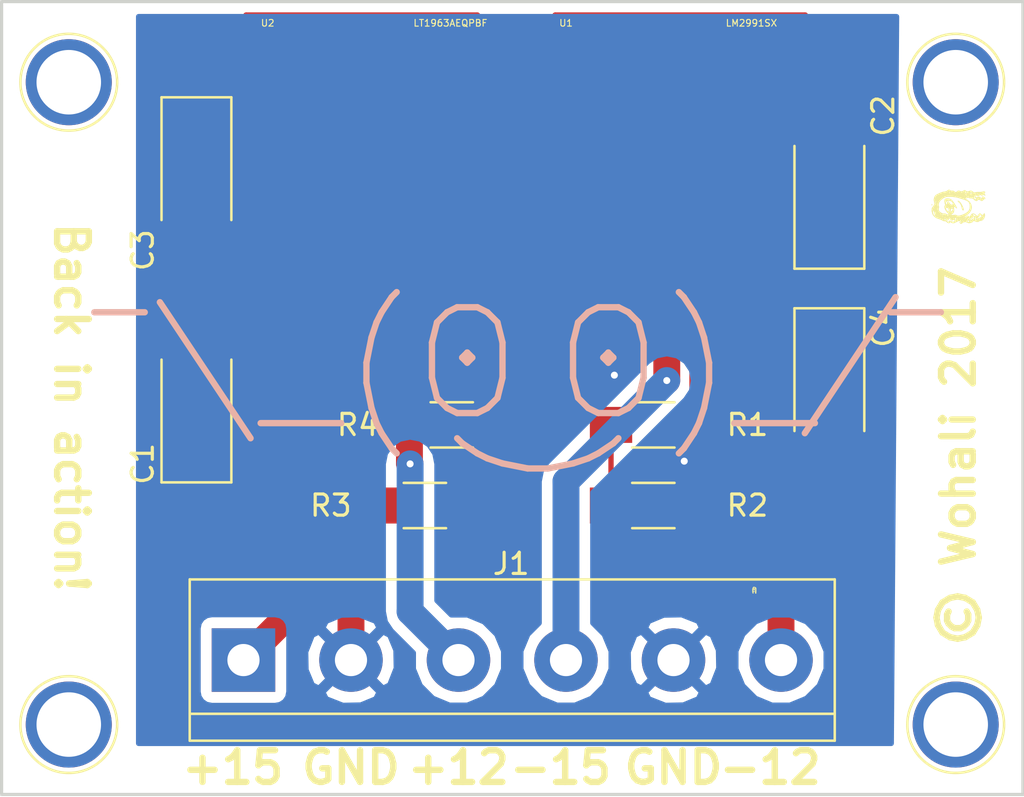
<source format=kicad_pcb>
(kicad_pcb (version 4) (host pcbnew 4.0.6)

  (general
    (links 0)
    (no_connects 0)
    (area 143.434999 107.239999 191.845001 144.855001)
    (thickness 1.6)
    (drawings 13)
    (tracks 89)
    (zones 0)
    (modules 17)
    (nets 8)
  )

  (page A4)
  (layers
    (0 F.Cu signal)
    (31 B.Cu signal)
    (35 F.Paste user)
    (36 B.SilkS user)
    (37 F.SilkS user)
    (38 B.Mask user)
    (39 F.Mask user)
    (40 Dwgs.User user)
    (41 Cmts.User user)
    (42 Eco1.User user)
    (43 Eco2.User user)
    (44 Edge.Cuts user)
    (45 Margin user)
    (46 B.CrtYd user)
    (47 F.CrtYd user)
  )

  (setup
    (last_trace_width 0.1524)
    (trace_clearance 0.1524)
    (zone_clearance 0.508)
    (zone_45_only no)
    (trace_min 0.1524)
    (segment_width 0.2)
    (edge_width 0.15)
    (via_size 0.6858)
    (via_drill 0.3302)
    (via_min_size 0.6858)
    (via_min_drill 0.3302)
    (uvia_size 0.6858)
    (uvia_drill 0.3302)
    (uvias_allowed no)
    (uvia_min_size 0)
    (uvia_min_drill 0)
    (pcb_text_width 0.3)
    (pcb_text_size 1.5 1.5)
    (mod_edge_width 0.15)
    (mod_text_size 1 1)
    (mod_text_width 0.15)
    (pad_size 4.064 4.064)
    (pad_drill 3.048)
    (pad_to_mask_clearance 0.0508)
    (aux_axis_origin 0 0)
    (visible_elements 7FFFFF7F)
    (pcbplotparams
      (layerselection 0x00030_80000001)
      (usegerberextensions false)
      (excludeedgelayer true)
      (linewidth 0.100000)
      (plotframeref false)
      (viasonmask false)
      (mode 1)
      (useauxorigin false)
      (hpglpennumber 1)
      (hpglpenspeed 20)
      (hpglpendiameter 15)
      (hpglpenoverlay 2)
      (psnegative false)
      (psa4output false)
      (plotreference true)
      (plotvalue true)
      (plotinvisibletext false)
      (padsonsilk false)
      (subtractmaskfromsilk false)
      (outputformat 1)
      (mirror false)
      (drillshape 1)
      (scaleselection 1)
      (outputdirectory ""))
  )

  (net 0 "")
  (net 1 VCC)
  (net 2 GND)
  (net 3 VEE)
  (net 4 +12V)
  (net 5 -12VA)
  (net 6 "Net-(R1-Pad2)")
  (net 7 "Net-(R3-Pad2)")

  (net_class Default "This is the default net class."
    (clearance 0.1524)
    (trace_width 0.1524)
    (via_dia 0.6858)
    (via_drill 0.3302)
    (uvia_dia 0.6858)
    (uvia_drill 0.3302)
    (add_net "Net-(R1-Pad2)")
    (add_net "Net-(R3-Pad2)")
  )

  (net_class Wide ""
    (clearance 0.25)
    (trace_width 1.27)
    (via_dia 0.6858)
    (via_drill 0.3302)
    (uvia_dia 0.6858)
    (uvia_drill 0.3302)
    (add_net +12V)
    (add_net -12VA)
    (add_net GND)
    (add_net VCC)
    (add_net VEE)
  )

  (module Capacitors_Tantalum_SMD:CP_Tantalum_Case-B_EIA-3528-21_Hand (layer F.Cu) (tedit 5A48785F) (tstamp 5A485C62)
    (at 182.626 125.857 270)
    (descr "Tantalum capacitor, Case B, EIA 3528-21, 3.5x2.8x1.9mm, Hand soldering footprint")
    (tags "capacitor tantalum smd")
    (path /5A471B31)
    (attr smd)
    (fp_text reference C4 (at -3.175 -2.54 270) (layer F.SilkS)
      (effects (font (size 1 1) (thickness 0.15)))
    )
    (fp_text value 10u (at 0 -2.54 270) (layer F.Fab) hide
      (effects (font (size 1 1) (thickness 0.15)))
    )
    (fp_text user %R (at 0 0 270) (layer F.Fab)
      (effects (font (size 0.8 0.8) (thickness 0.12)))
    )
    (fp_line (start -4.15 -1.75) (end -4.15 1.75) (layer F.CrtYd) (width 0.05))
    (fp_line (start -4.15 1.75) (end 4.15 1.75) (layer F.CrtYd) (width 0.05))
    (fp_line (start 4.15 1.75) (end 4.15 -1.75) (layer F.CrtYd) (width 0.05))
    (fp_line (start 4.15 -1.75) (end -4.15 -1.75) (layer F.CrtYd) (width 0.05))
    (fp_line (start -1.75 -1.4) (end -1.75 1.4) (layer F.Fab) (width 0.1))
    (fp_line (start -1.75 1.4) (end 1.75 1.4) (layer F.Fab) (width 0.1))
    (fp_line (start 1.75 1.4) (end 1.75 -1.4) (layer F.Fab) (width 0.1))
    (fp_line (start 1.75 -1.4) (end -1.75 -1.4) (layer F.Fab) (width 0.1))
    (fp_line (start -1.4 -1.4) (end -1.4 1.4) (layer F.Fab) (width 0.1))
    (fp_line (start -1.225 -1.4) (end -1.225 1.4) (layer F.Fab) (width 0.1))
    (fp_line (start -4.05 -1.65) (end 1.75 -1.65) (layer F.SilkS) (width 0.12))
    (fp_line (start -4.05 1.65) (end 1.75 1.65) (layer F.SilkS) (width 0.12))
    (fp_line (start -4.05 -1.65) (end -4.05 1.65) (layer F.SilkS) (width 0.12))
    (pad 1 smd rect (at -2.15 0 270) (size 3.2 2.5) (layers F.Cu F.Paste F.Mask)
      (net 2 GND))
    (pad 2 smd rect (at 2.15 0 270) (size 3.2 2.5) (layers F.Cu F.Paste F.Mask)
      (net 5 -12VA))
    (model Capacitors_Tantalum_SMD.3dshapes/CP_Tantalum_Case-B_EIA-3528-21.wrl
      (at (xyz 0 0 0))
      (scale (xyz 1 1 1))
      (rotate (xyz 0 0 0))
    )
  )

  (module Capacitors_Tantalum_SMD:CP_Tantalum_Case-B_EIA-3528-21_Hand (layer F.Cu) (tedit 5A487872) (tstamp 5A485C50)
    (at 152.7175 125.984 90)
    (descr "Tantalum capacitor, Case B, EIA 3528-21, 3.5x2.8x1.9mm, Hand soldering footprint")
    (tags "capacitor tantalum smd")
    (path /5A4726AC)
    (attr smd)
    (fp_text reference C1 (at -3.175 -2.54 90) (layer F.SilkS)
      (effects (font (size 1 1) (thickness 0.15)))
    )
    (fp_text value 10u (at 0 -2.54 90) (layer F.Fab) hide
      (effects (font (size 1 1) (thickness 0.15)))
    )
    (fp_text user %R (at 0 0 90) (layer F.Fab)
      (effects (font (size 0.8 0.8) (thickness 0.12)))
    )
    (fp_line (start -4.15 -1.75) (end -4.15 1.75) (layer F.CrtYd) (width 0.05))
    (fp_line (start -4.15 1.75) (end 4.15 1.75) (layer F.CrtYd) (width 0.05))
    (fp_line (start 4.15 1.75) (end 4.15 -1.75) (layer F.CrtYd) (width 0.05))
    (fp_line (start 4.15 -1.75) (end -4.15 -1.75) (layer F.CrtYd) (width 0.05))
    (fp_line (start -1.75 -1.4) (end -1.75 1.4) (layer F.Fab) (width 0.1))
    (fp_line (start -1.75 1.4) (end 1.75 1.4) (layer F.Fab) (width 0.1))
    (fp_line (start 1.75 1.4) (end 1.75 -1.4) (layer F.Fab) (width 0.1))
    (fp_line (start 1.75 -1.4) (end -1.75 -1.4) (layer F.Fab) (width 0.1))
    (fp_line (start -1.4 -1.4) (end -1.4 1.4) (layer F.Fab) (width 0.1))
    (fp_line (start -1.225 -1.4) (end -1.225 1.4) (layer F.Fab) (width 0.1))
    (fp_line (start -4.05 -1.65) (end 1.75 -1.65) (layer F.SilkS) (width 0.12))
    (fp_line (start -4.05 1.65) (end 1.75 1.65) (layer F.SilkS) (width 0.12))
    (fp_line (start -4.05 -1.65) (end -4.05 1.65) (layer F.SilkS) (width 0.12))
    (pad 1 smd rect (at -2.15 0 90) (size 3.2 2.5) (layers F.Cu F.Paste F.Mask)
      (net 1 VCC))
    (pad 2 smd rect (at 2.15 0 90) (size 3.2 2.5) (layers F.Cu F.Paste F.Mask)
      (net 2 GND))
    (model Capacitors_Tantalum_SMD.3dshapes/CP_Tantalum_Case-B_EIA-3528-21.wrl
      (at (xyz 0 0 0))
      (scale (xyz 1 1 1))
      (rotate (xyz 0 0 0))
    )
  )

  (module Capacitors_Tantalum_SMD:CP_Tantalum_Case-B_EIA-3528-21_Hand (layer F.Cu) (tedit 5A48785B) (tstamp 5A485C56)
    (at 182.626 115.8875 90)
    (descr "Tantalum capacitor, Case B, EIA 3528-21, 3.5x2.8x1.9mm, Hand soldering footprint")
    (tags "capacitor tantalum smd")
    (path /5A47275C)
    (attr smd)
    (fp_text reference C2 (at 3.175 2.54 90) (layer F.SilkS)
      (effects (font (size 1 1) (thickness 0.15)))
    )
    (fp_text value 10u (at 0 2.54 90) (layer F.Fab) hide
      (effects (font (size 1 1) (thickness 0.15)))
    )
    (fp_text user %R (at 0 0 90) (layer F.Fab)
      (effects (font (size 0.8 0.8) (thickness 0.12)))
    )
    (fp_line (start -4.15 -1.75) (end -4.15 1.75) (layer F.CrtYd) (width 0.05))
    (fp_line (start -4.15 1.75) (end 4.15 1.75) (layer F.CrtYd) (width 0.05))
    (fp_line (start 4.15 1.75) (end 4.15 -1.75) (layer F.CrtYd) (width 0.05))
    (fp_line (start 4.15 -1.75) (end -4.15 -1.75) (layer F.CrtYd) (width 0.05))
    (fp_line (start -1.75 -1.4) (end -1.75 1.4) (layer F.Fab) (width 0.1))
    (fp_line (start -1.75 1.4) (end 1.75 1.4) (layer F.Fab) (width 0.1))
    (fp_line (start 1.75 1.4) (end 1.75 -1.4) (layer F.Fab) (width 0.1))
    (fp_line (start 1.75 -1.4) (end -1.75 -1.4) (layer F.Fab) (width 0.1))
    (fp_line (start -1.4 -1.4) (end -1.4 1.4) (layer F.Fab) (width 0.1))
    (fp_line (start -1.225 -1.4) (end -1.225 1.4) (layer F.Fab) (width 0.1))
    (fp_line (start -4.05 -1.65) (end 1.75 -1.65) (layer F.SilkS) (width 0.12))
    (fp_line (start -4.05 1.65) (end 1.75 1.65) (layer F.SilkS) (width 0.12))
    (fp_line (start -4.05 -1.65) (end -4.05 1.65) (layer F.SilkS) (width 0.12))
    (pad 1 smd rect (at -2.15 0 90) (size 3.2 2.5) (layers F.Cu F.Paste F.Mask)
      (net 2 GND))
    (pad 2 smd rect (at 2.15 0 90) (size 3.2 2.5) (layers F.Cu F.Paste F.Mask)
      (net 3 VEE))
    (model Capacitors_Tantalum_SMD.3dshapes/CP_Tantalum_Case-B_EIA-3528-21.wrl
      (at (xyz 0 0 0))
      (scale (xyz 1 1 1))
      (rotate (xyz 0 0 0))
    )
  )

  (module Capacitors_Tantalum_SMD:CP_Tantalum_Case-B_EIA-3528-21_Hand (layer F.Cu) (tedit 5A487875) (tstamp 5A485C5C)
    (at 152.7175 115.8875 270)
    (descr "Tantalum capacitor, Case B, EIA 3528-21, 3.5x2.8x1.9mm, Hand soldering footprint")
    (tags "capacitor tantalum smd")
    (path /5A471F3E)
    (attr smd)
    (fp_text reference C3 (at 3.175 2.54 270) (layer F.SilkS)
      (effects (font (size 1 1) (thickness 0.15)))
    )
    (fp_text value 10u (at 0 2.54 270) (layer F.Fab) hide
      (effects (font (size 1 1) (thickness 0.15)))
    )
    (fp_text user %R (at 0 0 270) (layer F.Fab)
      (effects (font (size 0.8 0.8) (thickness 0.12)))
    )
    (fp_line (start -4.15 -1.75) (end -4.15 1.75) (layer F.CrtYd) (width 0.05))
    (fp_line (start -4.15 1.75) (end 4.15 1.75) (layer F.CrtYd) (width 0.05))
    (fp_line (start 4.15 1.75) (end 4.15 -1.75) (layer F.CrtYd) (width 0.05))
    (fp_line (start 4.15 -1.75) (end -4.15 -1.75) (layer F.CrtYd) (width 0.05))
    (fp_line (start -1.75 -1.4) (end -1.75 1.4) (layer F.Fab) (width 0.1))
    (fp_line (start -1.75 1.4) (end 1.75 1.4) (layer F.Fab) (width 0.1))
    (fp_line (start 1.75 1.4) (end 1.75 -1.4) (layer F.Fab) (width 0.1))
    (fp_line (start 1.75 -1.4) (end -1.75 -1.4) (layer F.Fab) (width 0.1))
    (fp_line (start -1.4 -1.4) (end -1.4 1.4) (layer F.Fab) (width 0.1))
    (fp_line (start -1.225 -1.4) (end -1.225 1.4) (layer F.Fab) (width 0.1))
    (fp_line (start -4.05 -1.65) (end 1.75 -1.65) (layer F.SilkS) (width 0.12))
    (fp_line (start -4.05 1.65) (end 1.75 1.65) (layer F.SilkS) (width 0.12))
    (fp_line (start -4.05 -1.65) (end -4.05 1.65) (layer F.SilkS) (width 0.12))
    (pad 1 smd rect (at -2.15 0 270) (size 3.2 2.5) (layers F.Cu F.Paste F.Mask)
      (net 4 +12V))
    (pad 2 smd rect (at 2.15 0 270) (size 3.2 2.5) (layers F.Cu F.Paste F.Mask)
      (net 2 GND))
    (model Capacitors_Tantalum_SMD.3dshapes/CP_Tantalum_Case-B_EIA-3528-21.wrl
      (at (xyz 0 0 0))
      (scale (xyz 1 1 1))
      (rotate (xyz 0 0 0))
    )
  )

  (module Connectors_Terminal_Blocks:TerminalBlock_bornier-6_P5.08mm (layer F.Cu) (tedit 5A4878A2) (tstamp 5A485C7B)
    (at 154.94 138.43)
    (descr "simple 6pin terminal block, pitch 5.08mm, revamped version of bornier6")
    (tags "terminal block bornier6")
    (path /5A473D78)
    (fp_text reference J1 (at 12.65 -4.55) (layer F.SilkS)
      (effects (font (size 1 1) (thickness 0.15)))
    )
    (fp_text value Screw_Terminal_1x06 (at 12.7 4.75) (layer F.Fab) hide
      (effects (font (size 1 1) (thickness 0.15)))
    )
    (fp_text user %R (at 12.7 0) (layer F.Fab)
      (effects (font (size 1 1) (thickness 0.15)))
    )
    (fp_line (start -2.5 2.55) (end 27.9 2.55) (layer F.Fab) (width 0.1))
    (fp_line (start -2.5 -3.75) (end -2.5 3.75) (layer F.Fab) (width 0.1))
    (fp_line (start -2.5 3.75) (end 27.9 3.75) (layer F.Fab) (width 0.1))
    (fp_line (start 27.9 3.75) (end 27.9 -3.75) (layer F.Fab) (width 0.1))
    (fp_line (start 27.9 -3.75) (end -2.5 -3.75) (layer F.Fab) (width 0.1))
    (fp_line (start -2.54 -3.81) (end -2.54 3.81) (layer F.SilkS) (width 0.12))
    (fp_line (start 27.94 3.81) (end 27.94 -3.81) (layer F.SilkS) (width 0.12))
    (fp_line (start -2.54 2.54) (end 27.94 2.54) (layer F.SilkS) (width 0.12))
    (fp_line (start -2.54 -3.81) (end 27.94 -3.81) (layer F.SilkS) (width 0.12))
    (fp_line (start -2.54 3.81) (end 27.94 3.81) (layer F.SilkS) (width 0.12))
    (fp_line (start -2.75 -4) (end 28.15 -4) (layer F.CrtYd) (width 0.05))
    (fp_line (start -2.75 -4) (end -2.75 4) (layer F.CrtYd) (width 0.05))
    (fp_line (start 28.15 4) (end 28.15 -4) (layer F.CrtYd) (width 0.05))
    (fp_line (start 28.15 4) (end -2.75 4) (layer F.CrtYd) (width 0.05))
    (pad 2 thru_hole circle (at 5.08 0) (size 3 3) (drill 1.52) (layers *.Cu *.Mask)
      (net 2 GND))
    (pad 3 thru_hole circle (at 10.16 0) (size 3 3) (drill 1.52) (layers *.Cu *.Mask)
      (net 4 +12V))
    (pad 1 thru_hole rect (at 0 0) (size 3 3) (drill 1.52) (layers *.Cu *.Mask)
      (net 1 VCC))
    (pad 4 thru_hole circle (at 15.24 0) (size 3 3) (drill 1.52) (layers *.Cu *.Mask)
      (net 3 VEE))
    (pad 5 thru_hole circle (at 20.32 0) (size 3 3) (drill 1.52) (layers *.Cu *.Mask)
      (net 2 GND))
    (pad 6 thru_hole circle (at 25.4 0) (size 3 3) (drill 1.52) (layers *.Cu *.Mask)
      (net 5 -12VA))
    (model ${KISYS3DMOD}/Terminal_Blocks.3dshapes/TerminalBlock_bornier-6_P5.08mm.wrl
      (at (xyz 0.5 0 0))
      (scale (xyz 1 1 1))
      (rotate (xyz 0 0 0))
    )
  )

  (module Resistors_SMD:R_1206_HandSoldering (layer F.Cu) (tedit 5A487867) (tstamp 5A485C81)
    (at 174.3075 127.3175 180)
    (descr "Resistor SMD 1206, hand soldering")
    (tags "resistor 1206")
    (path /5A4723F8)
    (attr smd)
    (fp_text reference R1 (at -4.445 0 180) (layer F.SilkS)
      (effects (font (size 1 1) (thickness 0.15)))
    )
    (fp_text value 4K02 (at 0 1.9 180) (layer F.Fab) hide
      (effects (font (size 1 1) (thickness 0.15)))
    )
    (fp_text user %R (at 0 0 180) (layer F.Fab)
      (effects (font (size 0.7 0.7) (thickness 0.105)))
    )
    (fp_line (start -1.6 0.8) (end -1.6 -0.8) (layer F.Fab) (width 0.1))
    (fp_line (start 1.6 0.8) (end -1.6 0.8) (layer F.Fab) (width 0.1))
    (fp_line (start 1.6 -0.8) (end 1.6 0.8) (layer F.Fab) (width 0.1))
    (fp_line (start -1.6 -0.8) (end 1.6 -0.8) (layer F.Fab) (width 0.1))
    (fp_line (start 1 1.07) (end -1 1.07) (layer F.SilkS) (width 0.12))
    (fp_line (start -1 -1.07) (end 1 -1.07) (layer F.SilkS) (width 0.12))
    (fp_line (start -3.25 -1.11) (end 3.25 -1.11) (layer F.CrtYd) (width 0.05))
    (fp_line (start -3.25 -1.11) (end -3.25 1.1) (layer F.CrtYd) (width 0.05))
    (fp_line (start 3.25 1.1) (end 3.25 -1.11) (layer F.CrtYd) (width 0.05))
    (fp_line (start 3.25 1.1) (end -3.25 1.1) (layer F.CrtYd) (width 0.05))
    (pad 1 smd rect (at -2 0 180) (size 2 1.7) (layers F.Cu F.Paste F.Mask)
      (net 2 GND))
    (pad 2 smd rect (at 2 0 180) (size 2 1.7) (layers F.Cu F.Paste F.Mask)
      (net 6 "Net-(R1-Pad2)"))
    (model ${KISYS3DMOD}/Resistors_SMD.3dshapes/R_1206.wrl
      (at (xyz 0 0 0))
      (scale (xyz 1 1 1))
      (rotate (xyz 0 0 0))
    )
  )

  (module Resistors_SMD:R_1206_HandSoldering (layer F.Cu) (tedit 5A487863) (tstamp 5A485C87)
    (at 174.3075 131.1275 180)
    (descr "Resistor SMD 1206, hand soldering")
    (tags "resistor 1206")
    (path /5A485C09)
    (attr smd)
    (fp_text reference R2 (at -4.445 0 180) (layer F.SilkS)
      (effects (font (size 1 1) (thickness 0.15)))
    )
    (fp_text value 36K5 (at 0 1.9 180) (layer F.Fab) hide
      (effects (font (size 1 1) (thickness 0.15)))
    )
    (fp_text user %R (at 0 0 180) (layer F.Fab)
      (effects (font (size 0.7 0.7) (thickness 0.105)))
    )
    (fp_line (start -1.6 0.8) (end -1.6 -0.8) (layer F.Fab) (width 0.1))
    (fp_line (start 1.6 0.8) (end -1.6 0.8) (layer F.Fab) (width 0.1))
    (fp_line (start 1.6 -0.8) (end 1.6 0.8) (layer F.Fab) (width 0.1))
    (fp_line (start -1.6 -0.8) (end 1.6 -0.8) (layer F.Fab) (width 0.1))
    (fp_line (start 1 1.07) (end -1 1.07) (layer F.SilkS) (width 0.12))
    (fp_line (start -1 -1.07) (end 1 -1.07) (layer F.SilkS) (width 0.12))
    (fp_line (start -3.25 -1.11) (end 3.25 -1.11) (layer F.CrtYd) (width 0.05))
    (fp_line (start -3.25 -1.11) (end -3.25 1.1) (layer F.CrtYd) (width 0.05))
    (fp_line (start 3.25 1.1) (end 3.25 -1.11) (layer F.CrtYd) (width 0.05))
    (fp_line (start 3.25 1.1) (end -3.25 1.1) (layer F.CrtYd) (width 0.05))
    (pad 1 smd rect (at -2 0 180) (size 2 1.7) (layers F.Cu F.Paste F.Mask)
      (net 5 -12VA))
    (pad 2 smd rect (at 2 0 180) (size 2 1.7) (layers F.Cu F.Paste F.Mask)
      (net 6 "Net-(R1-Pad2)"))
    (model ${KISYS3DMOD}/Resistors_SMD.3dshapes/R_1206.wrl
      (at (xyz 0 0 0))
      (scale (xyz 1 1 1))
      (rotate (xyz 0 0 0))
    )
  )

  (module Resistors_SMD:R_1206_HandSoldering (layer F.Cu) (tedit 5A48786E) (tstamp 5A485C8D)
    (at 163.5125 131.1275)
    (descr "Resistor SMD 1206, hand soldering")
    (tags "resistor 1206")
    (path /5A472651)
    (attr smd)
    (fp_text reference R3 (at -4.445 0) (layer F.SilkS)
      (effects (font (size 1 1) (thickness 0.15)))
    )
    (fp_text value 4K02 (at 0 1.9) (layer F.Fab) hide
      (effects (font (size 1 1) (thickness 0.15)))
    )
    (fp_text user %R (at 0 0) (layer F.Fab)
      (effects (font (size 0.7 0.7) (thickness 0.105)))
    )
    (fp_line (start -1.6 0.8) (end -1.6 -0.8) (layer F.Fab) (width 0.1))
    (fp_line (start 1.6 0.8) (end -1.6 0.8) (layer F.Fab) (width 0.1))
    (fp_line (start 1.6 -0.8) (end 1.6 0.8) (layer F.Fab) (width 0.1))
    (fp_line (start -1.6 -0.8) (end 1.6 -0.8) (layer F.Fab) (width 0.1))
    (fp_line (start 1 1.07) (end -1 1.07) (layer F.SilkS) (width 0.12))
    (fp_line (start -1 -1.07) (end 1 -1.07) (layer F.SilkS) (width 0.12))
    (fp_line (start -3.25 -1.11) (end 3.25 -1.11) (layer F.CrtYd) (width 0.05))
    (fp_line (start -3.25 -1.11) (end -3.25 1.1) (layer F.CrtYd) (width 0.05))
    (fp_line (start 3.25 1.1) (end 3.25 -1.11) (layer F.CrtYd) (width 0.05))
    (fp_line (start 3.25 1.1) (end -3.25 1.1) (layer F.CrtYd) (width 0.05))
    (pad 1 smd rect (at -2 0) (size 2 1.7) (layers F.Cu F.Paste F.Mask)
      (net 2 GND))
    (pad 2 smd rect (at 2 0) (size 2 1.7) (layers F.Cu F.Paste F.Mask)
      (net 7 "Net-(R3-Pad2)"))
    (model ${KISYS3DMOD}/Resistors_SMD.3dshapes/R_1206.wrl
      (at (xyz 0 0 0))
      (scale (xyz 1 1 1))
      (rotate (xyz 0 0 0))
    )
  )

  (module Resistors_SMD:R_1206_HandSoldering (layer F.Cu) (tedit 5A48786A) (tstamp 5A485C93)
    (at 164.7825 127.3175 180)
    (descr "Resistor SMD 1206, hand soldering")
    (tags "resistor 1206")
    (path /5A4862F0)
    (attr smd)
    (fp_text reference R4 (at 4.445 0 180) (layer F.SilkS)
      (effects (font (size 1 1) (thickness 0.15)))
    )
    (fp_text value 36K5 (at 0 1.9 180) (layer F.Fab) hide
      (effects (font (size 1 1) (thickness 0.15)))
    )
    (fp_text user %R (at 0 0 180) (layer F.Fab)
      (effects (font (size 0.7 0.7) (thickness 0.105)))
    )
    (fp_line (start -1.6 0.8) (end -1.6 -0.8) (layer F.Fab) (width 0.1))
    (fp_line (start 1.6 0.8) (end -1.6 0.8) (layer F.Fab) (width 0.1))
    (fp_line (start 1.6 -0.8) (end 1.6 0.8) (layer F.Fab) (width 0.1))
    (fp_line (start -1.6 -0.8) (end 1.6 -0.8) (layer F.Fab) (width 0.1))
    (fp_line (start 1 1.07) (end -1 1.07) (layer F.SilkS) (width 0.12))
    (fp_line (start -1 -1.07) (end 1 -1.07) (layer F.SilkS) (width 0.12))
    (fp_line (start -3.25 -1.11) (end 3.25 -1.11) (layer F.CrtYd) (width 0.05))
    (fp_line (start -3.25 -1.11) (end -3.25 1.1) (layer F.CrtYd) (width 0.05))
    (fp_line (start 3.25 1.1) (end 3.25 -1.11) (layer F.CrtYd) (width 0.05))
    (fp_line (start 3.25 1.1) (end -3.25 1.1) (layer F.CrtYd) (width 0.05))
    (pad 1 smd rect (at -2 0 180) (size 2 1.7) (layers F.Cu F.Paste F.Mask)
      (net 7 "Net-(R3-Pad2)"))
    (pad 2 smd rect (at 2 0 180) (size 2 1.7) (layers F.Cu F.Paste F.Mask)
      (net 4 +12V))
    (model ${KISYS3DMOD}/Resistors_SMD.3dshapes/R_1206.wrl
      (at (xyz 0 0 0))
      (scale (xyz 1 1 1))
      (rotate (xyz 0 0 0))
    )
  )

  (module DDPAK:DDPAK-5_Q (layer F.Cu) (tedit 5A4878E7) (tstamp 5A485CB5)
    (at 174.9425 114.6175)
    (path /5A47198E)
    (attr smd)
    (fp_text reference U1 (at -4.7625 -6.2865) (layer F.SilkS)
      (effects (font (size 0.315194 0.315194) (thickness 0.05)))
    )
    (fp_text value LM2991SX (at 4.0005 -6.2865) (layer F.SilkS)
      (effects (font (size 0.315313 0.315313) (thickness 0.05)))
    )
    (fp_line (start -2.921 5.461) (end -3.8862 5.461) (layer Dwgs.User) (width 0.1524))
    (fp_line (start -3.8862 5.461) (end -3.8862 9.398) (layer Dwgs.User) (width 0.1524))
    (fp_line (start -3.8862 9.398) (end -2.921 9.398) (layer Dwgs.User) (width 0.1524))
    (fp_line (start -2.921 9.398) (end -2.921 5.461) (layer Dwgs.User) (width 0.1524))
    (fp_line (start -1.2192 5.461) (end -2.1844 5.461) (layer Dwgs.User) (width 0.1524))
    (fp_line (start -2.1844 5.461) (end -2.1844 9.398) (layer Dwgs.User) (width 0.1524))
    (fp_line (start -2.1844 9.398) (end -1.2192 9.398) (layer Dwgs.User) (width 0.1524))
    (fp_line (start -1.2192 9.398) (end -1.2192 5.461) (layer Dwgs.User) (width 0.1524))
    (fp_line (start 0.4826 5.461) (end -0.4826 5.461) (layer Dwgs.User) (width 0.1524))
    (fp_line (start -0.4826 5.461) (end -0.4826 9.398) (layer Dwgs.User) (width 0.1524))
    (fp_line (start -0.4826 9.398) (end 0.4826 9.398) (layer Dwgs.User) (width 0.1524))
    (fp_line (start 0.4826 9.398) (end 0.4826 5.461) (layer Dwgs.User) (width 0.1524))
    (fp_line (start 2.1844 5.461) (end 1.2192 5.461) (layer Dwgs.User) (width 0.1524))
    (fp_line (start 1.2192 5.461) (end 1.2192 9.398) (layer Dwgs.User) (width 0.1524))
    (fp_line (start 1.2192 9.398) (end 2.1844 9.398) (layer Dwgs.User) (width 0.1524))
    (fp_line (start 2.1844 9.398) (end 2.1844 5.461) (layer Dwgs.User) (width 0.1524))
    (fp_line (start 3.8862 5.461) (end 2.921 5.461) (layer Dwgs.User) (width 0.1524))
    (fp_line (start 2.921 5.461) (end 2.921 9.398) (layer Dwgs.User) (width 0.1524))
    (fp_line (start 2.921 9.398) (end 3.8862 9.398) (layer Dwgs.User) (width 0.1524))
    (fp_line (start 3.8862 9.398) (end 3.8862 5.461) (layer Dwgs.User) (width 0.1524))
    (fp_line (start -5.2832 5.461) (end 5.2832 5.461) (layer Dwgs.User) (width 0.1524))
    (fp_line (start 5.2832 5.461) (end 5.2832 -5.461) (layer Dwgs.User) (width 0.1524))
    (fp_line (start 5.2832 -5.461) (end -5.2832 -5.461) (layer Dwgs.User) (width 0.1524))
    (fp_line (start -5.2832 -5.461) (end -5.2832 5.461) (layer Dwgs.User) (width 0.1524))
    (pad 1 smd rect (at -3.4036 8.6106) (size 1.016 2.286) (layers F.Cu F.Paste F.Mask)
      (net 6 "Net-(R1-Pad2)"))
    (pad 2 smd rect (at -1.7018 8.6106) (size 1.016 2.286) (layers F.Cu F.Paste F.Mask)
      (net 2 GND))
    (pad 3 smd rect (at 0 8.6106) (size 1.016 2.286) (layers F.Cu F.Paste F.Mask)
      (net 3 VEE))
    (pad 4 smd rect (at 1.7018 8.6106) (size 1.016 2.286) (layers F.Cu F.Paste F.Mask)
      (net 2 GND))
    (pad 5 smd rect (at 3.4036 8.6106) (size 1.016 2.286) (layers F.Cu F.Paste F.Mask)
      (net 5 -12VA))
    (pad 6 smd rect (at 0 0) (size 10.5918 11.6332) (layers F.Cu F.Paste F.Mask)
      (net 3 VEE))
  )

  (module DDPAK:DDPAK-5_Q (layer F.Cu) (tedit 5A4878EB) (tstamp 5A485CD7)
    (at 160.9725 114.6175)
    (path /5A47170A)
    (attr smd)
    (fp_text reference U2 (at -4.8895 -6.2865) (layer F.SilkS)
      (effects (font (size 0.315194 0.315194) (thickness 0.05)))
    )
    (fp_text value LT1963AEQPBF (at 3.7465 -6.2865) (layer F.SilkS)
      (effects (font (size 0.315313 0.315313) (thickness 0.05)))
    )
    (fp_line (start -2.921 5.461) (end -3.8862 5.461) (layer Dwgs.User) (width 0.1524))
    (fp_line (start -3.8862 5.461) (end -3.8862 9.398) (layer Dwgs.User) (width 0.1524))
    (fp_line (start -3.8862 9.398) (end -2.921 9.398) (layer Dwgs.User) (width 0.1524))
    (fp_line (start -2.921 9.398) (end -2.921 5.461) (layer Dwgs.User) (width 0.1524))
    (fp_line (start -1.2192 5.461) (end -2.1844 5.461) (layer Dwgs.User) (width 0.1524))
    (fp_line (start -2.1844 5.461) (end -2.1844 9.398) (layer Dwgs.User) (width 0.1524))
    (fp_line (start -2.1844 9.398) (end -1.2192 9.398) (layer Dwgs.User) (width 0.1524))
    (fp_line (start -1.2192 9.398) (end -1.2192 5.461) (layer Dwgs.User) (width 0.1524))
    (fp_line (start 0.4826 5.461) (end -0.4826 5.461) (layer Dwgs.User) (width 0.1524))
    (fp_line (start -0.4826 5.461) (end -0.4826 9.398) (layer Dwgs.User) (width 0.1524))
    (fp_line (start -0.4826 9.398) (end 0.4826 9.398) (layer Dwgs.User) (width 0.1524))
    (fp_line (start 0.4826 9.398) (end 0.4826 5.461) (layer Dwgs.User) (width 0.1524))
    (fp_line (start 2.1844 5.461) (end 1.2192 5.461) (layer Dwgs.User) (width 0.1524))
    (fp_line (start 1.2192 5.461) (end 1.2192 9.398) (layer Dwgs.User) (width 0.1524))
    (fp_line (start 1.2192 9.398) (end 2.1844 9.398) (layer Dwgs.User) (width 0.1524))
    (fp_line (start 2.1844 9.398) (end 2.1844 5.461) (layer Dwgs.User) (width 0.1524))
    (fp_line (start 3.8862 5.461) (end 2.921 5.461) (layer Dwgs.User) (width 0.1524))
    (fp_line (start 2.921 5.461) (end 2.921 9.398) (layer Dwgs.User) (width 0.1524))
    (fp_line (start 2.921 9.398) (end 3.8862 9.398) (layer Dwgs.User) (width 0.1524))
    (fp_line (start 3.8862 9.398) (end 3.8862 5.461) (layer Dwgs.User) (width 0.1524))
    (fp_line (start -5.2832 5.461) (end 5.2832 5.461) (layer Dwgs.User) (width 0.1524))
    (fp_line (start 5.2832 5.461) (end 5.2832 -5.461) (layer Dwgs.User) (width 0.1524))
    (fp_line (start 5.2832 -5.461) (end -5.2832 -5.461) (layer Dwgs.User) (width 0.1524))
    (fp_line (start -5.2832 -5.461) (end -5.2832 5.461) (layer Dwgs.User) (width 0.1524))
    (pad 1 smd rect (at -3.4036 8.6106) (size 1.016 2.286) (layers F.Cu F.Paste F.Mask)
      (net 1 VCC))
    (pad 2 smd rect (at -1.7018 8.6106) (size 1.016 2.286) (layers F.Cu F.Paste F.Mask)
      (net 1 VCC))
    (pad 3 smd rect (at 0 8.6106) (size 1.016 2.286) (layers F.Cu F.Paste F.Mask)
      (net 2 GND))
    (pad 4 smd rect (at 1.7018 8.6106) (size 1.016 2.286) (layers F.Cu F.Paste F.Mask)
      (net 4 +12V))
    (pad 5 smd rect (at 3.4036 8.6106) (size 1.016 2.286) (layers F.Cu F.Paste F.Mask)
      (net 7 "Net-(R3-Pad2)"))
    (pad 6 smd rect (at 0 0) (size 10.5918 11.6332) (layers F.Cu F.Paste F.Mask)
      (net 2 GND))
  )

  (module Connectors:1pin (layer F.Cu) (tedit 5A4878B6) (tstamp 5A486BE6)
    (at 188.595 111.125)
    (descr "module 1 pin (ou trou mecanique de percage)")
    (tags DEV)
    (fp_text reference REF** (at 0 -3.048) (layer F.SilkS) hide
      (effects (font (size 1 1) (thickness 0.15)))
    )
    (fp_text value 1pin (at 0 3) (layer F.Fab) hide
      (effects (font (size 1 1) (thickness 0.15)))
    )
    (fp_circle (center 0 0) (end 2 0.8) (layer F.Fab) (width 0.1))
    (fp_circle (center 0 0) (end 2.6 0) (layer F.CrtYd) (width 0.05))
    (fp_circle (center 0 0) (end 0 -2.286) (layer F.SilkS) (width 0.12))
    (pad 1 thru_hole circle (at 0 0) (size 4.064 4.064) (drill 3.048) (layers *.Cu *.Mask))
  )

  (module Connectors:1pin (layer F.Cu) (tedit 5A4878BD) (tstamp 5A486BEC)
    (at 146.685 111.125)
    (descr "module 1 pin (ou trou mecanique de percage)")
    (tags DEV)
    (fp_text reference REF** (at 0 -3.048) (layer F.SilkS) hide
      (effects (font (size 1 1) (thickness 0.15)))
    )
    (fp_text value 1pin (at 0 3) (layer F.Fab) hide
      (effects (font (size 1 1) (thickness 0.15)))
    )
    (fp_circle (center 0 0) (end 2 0.8) (layer F.Fab) (width 0.1))
    (fp_circle (center 0 0) (end 2.6 0) (layer F.CrtYd) (width 0.05))
    (fp_circle (center 0 0) (end 0 -2.286) (layer F.SilkS) (width 0.12))
    (pad 1 thru_hole circle (at 0 0) (size 4.064 4.064) (drill 3.048) (layers *.Cu *.Mask))
  )

  (module Connectors:1pin (layer F.Cu) (tedit 5A4878C1) (tstamp 5A486BF4)
    (at 146.685 141.478)
    (descr "module 1 pin (ou trou mecanique de percage)")
    (tags DEV)
    (fp_text reference REF** (at 0 -3.048) (layer F.SilkS) hide
      (effects (font (size 1 1) (thickness 0.15)))
    )
    (fp_text value 1pin (at 0 3) (layer F.Fab) hide
      (effects (font (size 1 1) (thickness 0.15)))
    )
    (fp_circle (center 0 0) (end 2 0.8) (layer F.Fab) (width 0.1))
    (fp_circle (center 0 0) (end 2.6 0) (layer F.CrtYd) (width 0.05))
    (fp_circle (center 0 0) (end 0 -2.286) (layer F.SilkS) (width 0.12))
    (pad 1 thru_hole circle (at 0 0) (size 4.064 4.064) (drill 3.048) (layers *.Cu *.Mask))
  )

  (module Connectors:1pin (layer F.Cu) (tedit 5A4878B9) (tstamp 5A486C00)
    (at 188.595 141.478)
    (descr "module 1 pin (ou trou mecanique de percage)")
    (tags DEV)
    (fp_text reference REF** (at 0 -3.048) (layer F.SilkS) hide
      (effects (font (size 1 1) (thickness 0.15)))
    )
    (fp_text value 1pin (at 0 3) (layer F.Fab) hide
      (effects (font (size 1 1) (thickness 0.15)))
    )
    (fp_circle (center 0 0) (end 2 0.8) (layer F.Fab) (width 0.1))
    (fp_circle (center 0 0) (end 2.6 0) (layer F.CrtYd) (width 0.05))
    (fp_circle (center 0 0) (end 0 -2.286) (layer F.SilkS) (width 0.12))
    (pad 1 thru_hole circle (at 0 0) (size 4.064 4.064) (drill 3.048) (layers *.Cu *.Mask))
  )

  (module DDPAK:wohali-logo (layer F.Cu) (tedit 0) (tstamp 5A488FF8)
    (at 179.07 135.128)
    (fp_text reference G*** (at 0 0) (layer F.SilkS) hide
      (effects (font (thickness 0.3)))
    )
    (fp_text value LOGO (at 0.75 0) (layer F.SilkS) hide
      (effects (font (thickness 0.3)))
    )
    (fp_poly (pts (xy 0.002145 -0.15667) (xy 0.014392 -0.148688) (xy 0.022062 -0.142151) (xy 0.028813 -0.140829)
      (xy 0.037032 -0.143138) (xy 0.052496 -0.145569) (xy 0.067207 -0.142605) (xy 0.078532 -0.134972)
      (xy 0.081455 -0.130898) (xy 0.091814 -0.110034) (xy 0.098383 -0.092012) (xy 0.100541 -0.079105)
      (xy 0.102208 -0.070257) (xy 0.105833 -0.06578) (xy 0.109774 -0.06133) (xy 0.111037 -0.054447)
      (xy 0.109404 -0.048838) (xy 0.106888 -0.047625) (xy 0.104469 -0.044521) (xy 0.105262 -0.039404)
      (xy 0.104614 -0.029126) (xy 0.100945 -0.023529) (xy 0.096355 -0.017454) (xy 0.097254 -0.012684)
      (xy 0.101238 -0.007899) (xy 0.106032 -0.000787) (xy 0.105036 0.006209) (xy 0.103359 0.009599)
      (xy 0.100365 0.018004) (xy 0.102821 0.025481) (xy 0.104613 0.028189) (xy 0.108733 0.035331)
      (xy 0.107753 0.040417) (xy 0.104568 0.044323) (xy 0.100546 0.050523) (xy 0.101008 0.057599)
      (xy 0.103209 0.063554) (xy 0.106091 0.072725) (xy 0.104429 0.079164) (xy 0.100027 0.084491)
      (xy 0.094473 0.093045) (xy 0.09539 0.099639) (xy 0.097412 0.107629) (xy 0.0978 0.119148)
      (xy 0.097645 0.121467) (xy 0.09772 0.133505) (xy 0.099619 0.143159) (xy 0.100119 0.144293)
      (xy 0.101524 0.151466) (xy 0.099316 0.1569) (xy 0.09518 0.158411) (xy 0.091612 0.155316)
      (xy 0.087766 0.152317) (xy 0.085589 0.154357) (xy 0.079996 0.158502) (xy 0.078347 0.15875)
      (xy 0.075959 0.157337) (xy 0.078486 0.154081) (xy 0.08106 0.148326) (xy 0.078655 0.143991)
      (xy 0.076249 0.137846) (xy 0.078695 0.134029) (xy 0.080782 0.128787) (xy 0.076636 0.122197)
      (xy 0.07244 0.115515) (xy 0.074607 0.110337) (xy 0.074706 0.110237) (xy 0.075975 0.108293)
      (xy 0.083983 0.108293) (xy 0.084949 0.110511) (xy 0.088945 0.114772) (xy 0.091242 0.113898)
      (xy 0.091281 0.113343) (xy 0.088462 0.109986) (xy 0.086699 0.108761) (xy 0.083983 0.108293)
      (xy 0.075975 0.108293) (xy 0.079079 0.103542) (xy 0.076895 0.099687) (xy 0.073752 0.099218)
      (xy 0.067552 0.102238) (xy 0.066161 0.109804) (xy 0.068392 0.116548) (xy 0.069679 0.124543)
      (xy 0.065657 0.130439) (xy 0.060984 0.134628) (xy 0.060675 0.132634) (xy 0.061885 0.128984)
      (xy 0.063135 0.123745) (xy 0.060468 0.124941) (xy 0.059667 0.125662) (xy 0.056827 0.132101)
      (xy 0.06024 0.137461) (xy 0.065718 0.138906) (xy 0.070836 0.14177) (xy 0.071437 0.144065)
      (xy 0.068533 0.151553) (xy 0.062141 0.157506) (xy 0.058076 0.15875) (xy 0.056161 0.156996)
      (xy 0.056716 0.156272) (xy 0.055856 0.152342) (xy 0.050632 0.146863) (xy 0.044967 0.141449)
      (xy 0.044763 0.136555) (xy 0.04867 0.12986) (xy 0.052836 0.122252) (xy 0.052141 0.117627)
      (xy 0.049462 0.114971) (xy 0.04424 0.107809) (xy 0.045115 0.10391) (xy 0.054025 0.10391)
      (xy 0.058087 0.105059) (xy 0.063256 0.101419) (xy 0.066962 0.095234) (xy 0.067468 0.092164)
      (xy 0.066564 0.088568) (xy 0.062725 0.090489) (xy 0.059624 0.09318) (xy 0.054566 0.099613)
      (xy 0.054025 0.10391) (xy 0.045115 0.10391) (xy 0.046018 0.099889) (xy 0.053134 0.091697)
      (xy 0.060013 0.08209) (xy 0.060242 0.079375) (xy 0.075406 0.079375) (xy 0.076858 0.082641)
      (xy 0.078052 0.08202) (xy 0.078527 0.07731) (xy 0.078052 0.076729) (xy 0.075692 0.077273)
      (xy 0.075406 0.079375) (xy 0.060242 0.079375) (xy 0.060603 0.075109) (xy 0.060623 0.074704)
      (xy 0.088635 0.074704) (xy 0.089544 0.083169) (xy 0.092272 0.083916) (xy 0.092606 0.083605)
      (xy 0.094413 0.076349) (xy 0.092606 0.070733) (xy 0.089923 0.065445) (xy 0.088835 0.066709)
      (xy 0.088635 0.074704) (xy 0.060623 0.074704) (xy 0.060886 0.069453) (xy 0.071437 0.069453)
      (xy 0.073421 0.071437) (xy 0.075406 0.069453) (xy 0.073421 0.067468) (xy 0.071437 0.069453)
      (xy 0.060886 0.069453) (xy 0.061058 0.066039) (xy 0.063224 0.061847) (xy 0.065777 0.056285)
      (xy 0.063346 0.053483) (xy 0.060475 0.047843) (xy 0.060687 0.044793) (xy 0.072077 0.044793)
      (xy 0.073042 0.047011) (xy 0.077039 0.051272) (xy 0.079081 0.050495) (xy 0.08892 0.050495)
      (xy 0.091137 0.050205) (xy 0.094956 0.045993) (xy 0.097263 0.040179) (xy 0.095893 0.038101)
      (xy 0.092124 0.039402) (xy 0.090119 0.0437) (xy 0.08892 0.050495) (xy 0.079081 0.050495)
      (xy 0.079336 0.050398) (xy 0.079375 0.049843) (xy 0.076556 0.046486) (xy 0.074793 0.045261)
      (xy 0.072077 0.044793) (xy 0.060687 0.044793) (xy 0.060798 0.043208) (xy 0.061883 0.036674)
      (xy 0.05998 0.037208) (xy 0.0553 0.044613) (xy 0.05144 0.051893) (xy 0.039469 0.06713)
      (xy 0.022783 0.076586) (xy 0.005556 0.079374) (xy -0.00822 0.076206) (xy -0.022334 0.068096)
      (xy -0.033449 0.057141) (xy -0.035811 0.053406) (xy -0.042355 0.044408) (xy -0.048642 0.039143)
      (xy -0.053551 0.037002) (xy -0.053067 0.039672) (xy -0.050821 0.043419) (xy -0.045546 0.049734)
      (xy -0.042087 0.051593) (xy -0.041621 0.054006) (xy -0.045318 0.059174) (xy -0.049529 0.064693)
      (xy -0.048178 0.068219) (xy -0.041021 0.072103) (xy -0.031126 0.079683) (xy -0.028937 0.089031)
      (xy -0.034508 0.0998) (xy -0.036301 0.101822) (xy -0.045539 0.111655) (xy -0.03577 0.119024)
      (xy -0.029242 0.124479) (xy -0.028638 0.128575) (xy -0.03353 0.13471) (xy -0.033754 0.134959)
      (xy -0.038827 0.141279) (xy -0.038499 0.144787) (xy -0.034644 0.147366) (xy -0.02846 0.152321)
      (xy -0.029899 0.15569) (xy -0.038747 0.157133) (xy -0.040826 0.157162) (xy -0.05599 0.153274)
      (xy -0.064815 0.146833) (xy -0.072602 0.13689) (xy -0.072918 0.132953) (xy -0.0635 0.132953)
      (xy -0.061516 0.134937) (xy -0.059532 0.132953) (xy -0.061516 0.130968) (xy -0.0635 0.132953)
      (xy -0.072918 0.132953) (xy -0.073174 0.129767) (xy -0.072927 0.124144) (xy -0.074982 0.123031)
      (xy -0.075751 0.122262) (xy -0.059025 0.122262) (xy -0.058664 0.125919) (xy -0.056014 0.125294)
      (xy -0.05246 0.126772) (xy -0.050262 0.131666) (xy -0.047692 0.137483) (xy -0.043463 0.136357)
      (xy -0.041917 0.13514) (xy -0.037851 0.129505) (xy -0.037982 0.12655) (xy -0.043438 0.123319)
      (xy -0.045875 0.123031) (xy -0.050743 0.119775) (xy -0.051655 0.116085) (xy -0.05231 0.11149)
      (xy -0.055066 0.114333) (xy -0.055563 0.115093) (xy -0.059025 0.122262) (xy -0.075751 0.122262)
      (xy -0.078249 0.119765) (xy -0.079233 0.112262) (xy -0.074767 0.112262) (xy -0.073801 0.11448)
      (xy -0.069805 0.118741) (xy -0.067508 0.117867) (xy -0.067469 0.117312) (xy -0.070288 0.113955)
      (xy -0.072051 0.11273) (xy -0.074767 0.112262) (xy -0.079233 0.112262) (xy -0.079257 0.112084)
      (xy -0.078073 0.103161) (xy -0.075561 0.097855) (xy -0.066791 0.097855) (xy -0.066689 0.102148)
      (xy -0.064823 0.10451) (xy -0.059348 0.107067) (xy -0.055726 0.104771) (xy -0.055563 0.103612)
      (xy -0.058721 0.099273) (xy -0.06015 0.098511) (xy -0.046924 0.098511) (xy -0.045968 0.102797)
      (xy -0.043796 0.103187) (xy -0.039152 0.100083) (xy -0.035537 0.09491) (xy -0.032857 0.086945)
      (xy -0.034764 0.0841) (xy -0.039915 0.087554) (xy -0.041587 0.089586) (xy -0.046924 0.098511)
      (xy -0.06015 0.098511) (xy -0.061516 0.097783) (xy -0.066791 0.097855) (xy -0.075561 0.097855)
      (xy -0.074762 0.096169) (xy -0.074415 0.095796) (xy -0.071781 0.09098) (xy -0.076089 0.087041)
      (xy -0.081867 0.080301) (xy -0.085497 0.069944) (xy -0.085519 0.069537) (xy -0.070861 0.069537)
      (xy -0.070174 0.073488) (xy -0.066322 0.077269) (xy -0.060923 0.082754) (xy -0.059853 0.085874)
      (xy -0.059028 0.093205) (xy -0.054822 0.095533) (xy -0.049768 0.091537) (xy -0.050708 0.08687)
      (xy -0.055555 0.080096) (xy -0.062084 0.073535) (xy -0.068071 0.069506) (xy -0.070861 0.069537)
      (xy -0.085519 0.069537) (xy -0.086052 0.060017) (xy -0.079375 0.060017) (xy -0.0785 0.065746)
      (xy -0.074794 0.064594) (xy -0.074009 0.063968) (xy -0.0635 0.063968) (xy -0.061055 0.06612)
      (xy -0.059532 0.065484) (xy -0.055711 0.060226) (xy -0.055563 0.059062) (xy -0.058008 0.056911)
      (xy -0.059532 0.057546) (xy -0.063352 0.062804) (xy -0.0635 0.063968) (xy -0.074009 0.063968)
      (xy -0.073466 0.063536) (xy -0.069538 0.057946) (xy -0.069732 0.055112) (xy -0.074522 0.051572)
      (xy -0.078409 0.054695) (xy -0.079375 0.060017) (xy -0.086052 0.060017) (xy -0.086072 0.059673)
      (xy -0.084083 0.054407) (xy -0.079117 0.042723) (xy -0.079889 0.037703) (xy -0.067469 0.037703)
      (xy -0.065485 0.039687) (xy -0.0635 0.037703) (xy -0.065485 0.035718) (xy -0.067469 0.037703)
      (xy -0.079889 0.037703) (xy -0.081033 0.03028) (xy -0.085078 0.0241) (xy -0.087603 0.020981)
      (xy -0.074767 0.020981) (xy -0.073801 0.023199) (xy -0.069805 0.027459) (xy -0.067508 0.026585)
      (xy -0.067469 0.026031) (xy -0.070288 0.022674) (xy -0.072051 0.021449) (xy -0.074767 0.020981)
      (xy -0.087603 0.020981) (xy -0.090222 0.017748) (xy -0.089985 0.013622) (xy -0.085078 0.008745)
      (xy -0.080479 0.005) (xy -0.080368 0.00571) (xy -0.083108 0.012912) (xy -0.083344 0.015567)
      (xy -0.081978 0.018064) (xy -0.07767 0.013496) (xy -0.077075 0.012659) (xy -0.074379 0.007937)
      (xy -0.0635 0.007937) (xy -0.062048 0.011204) (xy -0.060855 0.010583) (xy -0.06038 0.005873)
      (xy -0.060855 0.005291) (xy -0.063214 0.005836) (xy -0.0635 0.007937) (xy -0.074379 0.007937)
      (xy -0.073424 0.006266) (xy -0.073556 0.000457) (xy -0.075651 -0.003788) (xy -0.042696 -0.003788)
      (xy -0.04182 0.006939) (xy -0.03798 0.020492) (xy -0.031861 0.03496) (xy -0.02415 0.048432)
      (xy -0.01553 0.058995) (xy -0.015124 0.059379) (xy -0.004063 0.065315) (xy 0.010469 0.067727)
      (xy 0.025245 0.066578) (xy 0.037036 0.061831) (xy 0.039209 0.060008) (xy 0.044585 0.052024)
      (xy 0.050248 0.039678) (xy 0.05321 0.031235) (xy 0.057761 0.016504) (xy 0.059817 0.009921)
      (xy 0.091281 0.009921) (xy 0.093265 0.011906) (xy 0.09525 0.009921) (xy 0.093265 0.007937)
      (xy 0.091281 0.009921) (xy 0.059817 0.009921) (xy 0.062087 0.002658) (xy 0.063911 -0.0031)
      (xy 0.065424 -0.009922) (xy 0.071437 -0.009922) (xy 0.073421 -0.007938) (xy 0.075406 -0.009922)
      (xy 0.073421 -0.011907) (xy 0.071437 -0.009922) (xy 0.065424 -0.009922) (xy 0.066323 -0.013972)
      (xy 0.068427 -0.029203) (xy 0.069605 -0.043127) (xy 0.069823 -0.053132) (xy 0.092645 -0.053132)
      (xy 0.093265 -0.051594) (xy 0.096831 -0.047808) (xy 0.097468 -0.047625) (xy 0.099173 -0.050696)
      (xy 0.099218 -0.051594) (xy 0.096167 -0.05541) (xy 0.095015 -0.055563) (xy 0.092645 -0.053132)
      (xy 0.069823 -0.053132) (xy 0.069967 -0.059675) (xy 0.0684 -0.071802) (xy 0.064321 -0.08291)
      (xy 0.061948 -0.087652) (xy 0.052711 -0.100779) (xy 0.041214 -0.110853) (xy 0.02931 -0.116738)
      (xy 0.018853 -0.117293) (xy 0.015814 -0.115978) (xy 0.008726 -0.113909) (xy 0.00547 -0.115073)
      (xy -0.000663 -0.116888) (xy -0.008674 -0.11636) (xy -0.017554 -0.111372) (xy -0.025172 -0.101912)
      (xy -0.029696 -0.090987) (xy -0.02951 -0.082123) (xy -0.029738 -0.075554) (xy -0.03148 -0.07359)
      (xy -0.034929 -0.067894) (xy -0.035719 -0.062488) (xy -0.035223 -0.057816) (xy -0.032764 -0.057705)
      (xy -0.026887 -0.062615) (xy -0.022712 -0.066613) (xy -0.011738 -0.075031) (xy -0.000021 -0.08066)
      (xy 0.010266 -0.082781) (xy 0.016948 -0.080674) (xy 0.017519 -0.079925) (xy 0.022395 -0.077752)
      (xy 0.029614 -0.080029) (xy 0.040959 -0.082442) (xy 0.049316 -0.081788) (xy 0.055985 -0.079004)
      (xy 0.058909 -0.073434) (xy 0.059531 -0.063244) (xy 0.058318 -0.05239) (xy 0.053901 -0.043138)
      (xy 0.045108 -0.034086) (xy 0.030771 -0.023833) (xy 0.022114 -0.018403) (xy 0.011136 -0.012336)
      (xy 0.003612 -0.009368) (xy 0.0006 -0.009667) (xy 0.003159 -0.013402) (xy 0.005857 -0.015796)
      (xy 0.011433 -0.022247) (xy 0.009802 -0.025839) (xy 0.00133 -0.026085) (xy -0.001567 -0.025614)
      (xy -0.014565 -0.025288) (xy -0.025182 -0.02873) (xy -0.031162 -0.035009) (xy -0.03175 -0.038077)
      (xy -0.033859 -0.041975) (xy -0.036076 -0.041452) (xy -0.038538 -0.035757) (xy -0.037938 -0.025652)
      (xy -0.037393 -0.015065) (xy -0.039923 -0.009777) (xy -0.042696 -0.003788) (xy -0.075651 -0.003788)
      (xy -0.077753 -0.008045) (xy -0.07906 -0.010279) (xy -0.081465 -0.015451) (xy -0.067469 -0.015451)
      (xy -0.064248 -0.012305) (xy -0.061516 -0.011907) (xy -0.056253 -0.01502) (xy -0.055563 -0.017735)
      (xy -0.058193 -0.021739) (xy -0.061516 -0.021279) (xy -0.066768 -0.017384) (xy -0.067469 -0.015451)
      (xy -0.081465 -0.015451) (xy -0.085896 -0.024977) (xy -0.086529 -0.036034) (xy -0.082352 -0.043359)
      (xy -0.079381 -0.048069) (xy -0.082352 -0.050437) (xy -0.08695 -0.055226) (xy -0.086328 -0.057813)
      (xy -0.078629 -0.057813) (xy -0.074415 -0.054559) (xy -0.071622 -0.051762) (xy -0.073517 -0.045383)
      (xy -0.074942 -0.04259) (xy -0.078231 -0.032661) (xy -0.077404 -0.025002) (xy -0.072988 -0.021695)
      (xy -0.069791 -0.022248) (xy -0.066007 -0.025316) (xy -0.067964 -0.03114) (xy -0.068648 -0.032279)
      (xy -0.070735 -0.037704) (xy -0.067469 -0.037704) (xy -0.065485 -0.035719) (xy -0.0635 -0.037704)
      (xy -0.065485 -0.039688) (xy -0.067469 -0.037704) (xy -0.070735 -0.037704) (xy -0.071045 -0.038509)
      (xy -0.068101 -0.043823) (xy -0.0635 -0.047713) (xy -0.057854 -0.052927) (xy -0.057605 -0.053935)
      (xy -0.018357 -0.053935) (xy -0.017894 -0.043582) (xy -0.013602 -0.037002) (xy -0.005143 -0.032259)
      (xy -0.000874 -0.033887) (xy 0 -0.039316) (xy -0.000125 -0.039674) (xy 0.02141 -0.039674)
      (xy 0.021673 -0.035969) (xy 0.02784 -0.03198) (xy 0.036564 -0.035254) (xy 0.040367 -0.038319)
      (xy 0.046713 -0.048857) (xy 0.046314 -0.061284) (xy 0.042245 -0.06934) (xy 0.036707 -0.0733)
      (xy 0.030189 -0.074163) (xy 0.025544 -0.072218) (xy 0.025623 -0.067751) (xy 0.025672 -0.067671)
      (xy 0.030873 -0.065385) (xy 0.033349 -0.065886) (xy 0.039066 -0.06462) (xy 0.041035 -0.061744)
      (xy 0.040722 -0.056451) (xy 0.038193 -0.055563) (xy 0.031531 -0.052846) (xy 0.025134 -0.046598)
      (xy 0.02141 -0.039674) (xy -0.000125 -0.039674) (xy -0.001935 -0.044855) (xy -0.007938 -0.044807)
      (xy -0.01449 -0.045098) (xy -0.015875 -0.048913) (xy -0.013645 -0.055595) (xy -0.008858 -0.058653)
      (xy -0.00447 -0.056373) (xy -0.001208 -0.056223) (xy 0.002649 -0.061815) (xy 0.00481 -0.070632)
      (xy 0.001238 -0.0742) (xy -0.007299 -0.071779) (xy -0.007533 -0.071655) (xy -0.014719 -0.064349)
      (xy -0.018357 -0.053935) (xy -0.057605 -0.053935) (xy -0.05722 -0.055488) (xy -0.057547 -0.055536)
      (xy -0.06414 -0.05762) (xy -0.067311 -0.05935) (xy -0.070705 -0.062896) (xy -0.06866 -0.067723)
      (xy -0.065619 -0.071289) (xy -0.06267 -0.075407) (xy -0.043657 -0.075407) (xy -0.042205 -0.07214)
      (xy -0.041011 -0.072761) (xy -0.040536 -0.077471) (xy -0.041011 -0.078053) (xy -0.04337 -0.077508)
      (xy -0.043657 -0.075407) (xy -0.06267 -0.075407) (xy -0.060802 -0.078015) (xy -0.061756 -0.082716)
      (xy -0.063385 -0.08443) (xy -0.067056 -0.086997) (xy -0.066435 -0.083053) (xy -0.06618 -0.082316)
      (xy -0.067118 -0.074518) (xy -0.071549 -0.070448) (xy -0.078135 -0.063968) (xy -0.078629 -0.057813)
      (xy -0.086328 -0.057813) (xy -0.085145 -0.062722) (xy -0.079643 -0.069211) (xy -0.074626 -0.0764)
      (xy -0.074171 -0.081881) (xy -0.073578 -0.089156) (xy -0.071153 -0.093266) (xy -0.059532 -0.093266)
      (xy -0.057547 -0.091282) (xy -0.055563 -0.093266) (xy -0.057547 -0.09525) (xy -0.039688 -0.09525)
      (xy -0.038334 -0.091385) (xy -0.037938 -0.091282) (xy -0.034549 -0.094063) (xy -0.033735 -0.09525)
      (xy -0.03405 -0.098908) (xy -0.035485 -0.099219) (xy -0.039526 -0.096338) (xy -0.039688 -0.09525)
      (xy -0.057547 -0.09525) (xy -0.059532 -0.093266) (xy -0.071153 -0.093266) (xy -0.07048 -0.094406)
      (xy -0.065542 -0.103146) (xy -0.062466 -0.11311) (xy -0.047625 -0.11311) (xy -0.045641 -0.111125)
      (xy -0.043657 -0.11311) (xy -0.045641 -0.115094) (xy -0.047625 -0.11311) (xy -0.062466 -0.11311)
      (xy -0.062164 -0.114085) (xy -0.057458 -0.127) (xy -0.043657 -0.127) (xy -0.042205 -0.123734)
      (xy -0.041011 -0.124355) (xy -0.040536 -0.129065) (xy -0.041011 -0.129646) (xy -0.04337 -0.129102)
      (xy -0.043657 -0.127) (xy -0.057458 -0.127) (xy -0.05511 -0.13344) (xy -0.055013 -0.133548)
      (xy 0.031009 -0.133548) (xy 0.038082 -0.134179) (xy 0.038394 -0.134242) (xy 0.045087 -0.136088)
      (xy 0.044269 -0.137574) (xy 0.042242 -0.13809) (xy 0.034151 -0.137589) (xy 0.031027 -0.135803)
      (xy 0.031009 -0.133548) (xy -0.055013 -0.133548) (xy -0.050442 -0.138627) (xy -0.043657 -0.138627)
      (xy -0.040915 -0.136782) (xy -0.036044 -0.138733) (xy -0.026397 -0.141321) (xy -0.017193 -0.141392)
      (xy -0.011695 -0.140951) (xy -0.013238 -0.141756) (xy -0.013891 -0.141921) (xy -0.019573 -0.143625)
      (xy -0.017891 -0.1454) (xy -0.013891 -0.14706) (xy -0.009338 -0.149324) (xy -0.009743 -0.14949)
      (xy -0.002646 -0.14949) (xy -0.002102 -0.147131) (xy 0 -0.146844) (xy 0.003266 -0.148296)
      (xy 0.002645 -0.14949) (xy -0.002065 -0.149965) (xy -0.002646 -0.14949) (xy -0.009743 -0.14949)
      (xy -0.01169 -0.150288) (xy -0.017129 -0.150534) (xy -0.028716 -0.149155) (xy -0.038374 -0.145235)
      (xy -0.043427 -0.139978) (xy -0.043657 -0.138627) (xy -0.050442 -0.138627) (xy -0.042475 -0.147478)
      (xy -0.03267 -0.152987) (xy -0.013567 -0.158299) (xy 0.002145 -0.15667)) (layer F.SilkS) (width 0.01))
    (fp_poly (pts (xy 0.026706 -0.15718) (xy 0.025522 -0.155376) (xy 0.021497 -0.155095) (xy 0.017262 -0.156064)
      (xy 0.019099 -0.157493) (xy 0.025302 -0.157966) (xy 0.026706 -0.15718)) (layer F.SilkS) (width 0.01))
    (fp_poly (pts (xy 0.045866 -0.000581) (xy 0.045218 0.001654) (xy 0.040481 0.007999) (xy 0.031876 0.014798)
      (xy 0.021054 0.021295) (xy 0.009665 0.026737) (xy -0.00064 0.030369) (xy -0.008209 0.031438)
      (xy -0.011392 0.02919) (xy -0.011135 0.027391) (xy -0.006179 0.022654) (xy 0.00031 0.020651)
      (xy 0.016172 0.016906) (xy 0.029033 0.010538) (xy 0.03601 0.003424) (xy 0.040623 -0.002317)
      (xy 0.044672 -0.003799) (xy 0.045866 -0.000581)) (layer F.SilkS) (width 0.01))
  )

  (module DDPAK:wohali-logo (layer F.Cu) (tedit 0) (tstamp 5A489012)
    (at 188.722 117.094 90)
    (fp_text reference G*** (at 0 0 90) (layer F.SilkS) hide
      (effects (font (thickness 0.3)))
    )
    (fp_text value LOGO (at 0.75 0 90) (layer F.SilkS) hide
      (effects (font (thickness 0.3)))
    )
    (fp_poly (pts (xy 0.017163 -1.253359) (xy 0.115137 -1.189499) (xy 0.176502 -1.137202) (xy 0.230505 -1.12663)
      (xy 0.296256 -1.145103) (xy 0.419974 -1.164547) (xy 0.53766 -1.140836) (xy 0.628257 -1.079772)
      (xy 0.651647 -1.047181) (xy 0.734515 -0.880267) (xy 0.787065 -0.73609) (xy 0.804333 -0.632839)
      (xy 0.817664 -0.562053) (xy 0.846666 -0.526238) (xy 0.878199 -0.490635) (xy 0.888297 -0.435573)
      (xy 0.875238 -0.390702) (xy 0.85511 -0.381) (xy 0.835758 -0.356163) (xy 0.842097 -0.315225)
      (xy 0.836919 -0.233003) (xy 0.807565 -0.188225) (xy 0.770844 -0.139629) (xy 0.778035 -0.10147)
      (xy 0.809904 -0.063192) (xy 0.848257 -0.006295) (xy 0.840292 0.049675) (xy 0.826878 0.076798)
      (xy 0.80292 0.144034) (xy 0.822569 0.203851) (xy 0.836911 0.225512) (xy 0.869865 0.282648)
      (xy 0.862026 0.323342) (xy 0.836545 0.354587) (xy 0.804374 0.404187) (xy 0.808065 0.460797)
      (xy 0.825679 0.508432) (xy 0.84873 0.581805) (xy 0.835436 0.633317) (xy 0.800222 0.67593)
      (xy 0.755787 0.74436) (xy 0.763125 0.797116) (xy 0.779301 0.861036) (xy 0.782405 0.953187)
      (xy 0.781163 0.971741) (xy 0.78176 1.068046) (xy 0.796956 1.145272) (xy 0.800959 1.154346)
      (xy 0.812198 1.211731) (xy 0.79453 1.255205) (xy 0.761447 1.267289) (xy 0.732896 1.242532)
      (xy 0.702132 1.218539) (xy 0.684719 1.23486) (xy 0.639968 1.268017) (xy 0.626776 1.27)
      (xy 0.607678 1.2587) (xy 0.627894 1.232655) (xy 0.648482 1.186611) (xy 0.62924 1.151934)
      (xy 0.609992 1.10277) (xy 0.629562 1.072237) (xy 0.64626 1.030303) (xy 0.613091 0.977583)
      (xy 0.579525 0.924121) (xy 0.596858 0.882698) (xy 0.59765 0.881899) (xy 0.607807 0.86635)
      (xy 0.671867 0.86635) (xy 0.679593 0.884094) (xy 0.711562 0.918179) (xy 0.72994 0.911187)
      (xy 0.73025 0.906748) (xy 0.707698 0.879894) (xy 0.693594 0.870093) (xy 0.671867 0.86635)
      (xy 0.607807 0.86635) (xy 0.632639 0.828338) (xy 0.615163 0.797496) (xy 0.59002 0.79375)
      (xy 0.540419 0.817908) (xy 0.529294 0.878432) (xy 0.547139 0.932391) (xy 0.557434 0.996349)
      (xy 0.525258 1.043516) (xy 0.487879 1.077031) (xy 0.485406 1.061077) (xy 0.495082 1.031875)
      (xy 0.505085 0.989964) (xy 0.483748 0.999531) (xy 0.477339 1.005296) (xy 0.454617 1.056814)
      (xy 0.481926 1.09969) (xy 0.525748 1.11125) (xy 0.566694 1.134165) (xy 0.5715 1.152525)
      (xy 0.548266 1.212428) (xy 0.49713 1.260052) (xy 0.464608 1.27) (xy 0.449288 1.255972)
      (xy 0.453733 1.250183) (xy 0.44685 1.218739) (xy 0.405061 1.174908) (xy 0.359737 1.131595)
      (xy 0.358104 1.092444) (xy 0.38936 1.038886) (xy 0.422689 0.978017) (xy 0.417129 0.941016)
      (xy 0.395699 0.919774) (xy 0.353923 0.862477) (xy 0.360927 0.831285) (xy 0.4322 0.831285)
      (xy 0.464701 0.840477) (xy 0.506055 0.811353) (xy 0.535703 0.761874) (xy 0.53975 0.737316)
      (xy 0.532519 0.708547) (xy 0.501804 0.723919) (xy 0.476998 0.745447) (xy 0.436534 0.796905)
      (xy 0.4322 0.831285) (xy 0.360927 0.831285) (xy 0.368151 0.799115) (xy 0.425076 0.733583)
      (xy 0.48011 0.656721) (xy 0.481945 0.635) (xy 0.60325 0.635) (xy 0.614866 0.661133)
      (xy 0.624416 0.656166) (xy 0.628216 0.618486) (xy 0.624416 0.613833) (xy 0.605541 0.618191)
      (xy 0.60325 0.635) (xy 0.481945 0.635) (xy 0.484829 0.600879) (xy 0.484991 0.597639)
      (xy 0.709083 0.597639) (xy 0.716352 0.665359) (xy 0.738179 0.67133) (xy 0.740855 0.668844)
      (xy 0.755306 0.610794) (xy 0.740855 0.565867) (xy 0.71939 0.523564) (xy 0.710685 0.533674)
      (xy 0.709083 0.597639) (xy 0.484991 0.597639) (xy 0.487099 0.555625) (xy 0.5715 0.555625)
      (xy 0.587375 0.5715) (xy 0.60325 0.555625) (xy 0.587375 0.53975) (xy 0.5715 0.555625)
      (xy 0.487099 0.555625) (xy 0.48847 0.528318) (xy 0.505794 0.494782) (xy 0.526221 0.450281)
      (xy 0.506775 0.427868) (xy 0.4838 0.382746) (xy 0.485501 0.35835) (xy 0.576617 0.35835)
      (xy 0.584343 0.376094) (xy 0.616312 0.410179) (xy 0.632658 0.40396) (xy 0.711365 0.40396)
      (xy 0.729101 0.40164) (xy 0.759654 0.367951) (xy 0.778106 0.321432) (xy 0.767151 0.304808)
      (xy 0.736996 0.315218) (xy 0.720957 0.349607) (xy 0.711365 0.40396) (xy 0.632658 0.40396)
      (xy 0.63469 0.403187) (xy 0.635 0.398748) (xy 0.612448 0.371894) (xy 0.598344 0.362093)
      (xy 0.576617 0.35835) (xy 0.485501 0.35835) (xy 0.486386 0.345666) (xy 0.495067 0.293396)
      (xy 0.479842 0.297665) (xy 0.442403 0.356905) (xy 0.411524 0.415151) (xy 0.315755 0.537044)
      (xy 0.182269 0.612695) (xy 0.044454 0.634999) (xy -0.065758 0.60965) (xy -0.17867 0.544775)
      (xy -0.267586 0.457134) (xy -0.286485 0.427251) (xy -0.33884 0.355265) (xy -0.389133 0.313147)
      (xy -0.428404 0.296023) (xy -0.424533 0.317383) (xy -0.406565 0.347355) (xy -0.364362 0.397877)
      (xy -0.336692 0.41275) (xy -0.332967 0.432051) (xy -0.362543 0.473396) (xy -0.396231 0.517547)
      (xy -0.38542 0.545754) (xy -0.328165 0.576825) (xy -0.249006 0.637464) (xy -0.231492 0.712248)
      (xy -0.276063 0.798405) (xy -0.290405 0.814579) (xy -0.364307 0.893244) (xy -0.286159 0.952192)
      (xy -0.233929 0.995835) (xy -0.2291 1.028607) (xy -0.268234 1.077685) (xy -0.270032 1.079672)
      (xy -0.310613 1.130236) (xy -0.307986 1.158298) (xy -0.277152 1.17893) (xy -0.227673 1.218572)
      (xy -0.239186 1.245526) (xy -0.309974 1.257066) (xy -0.326607 1.2573) (xy -0.447916 1.226195)
      (xy -0.518515 1.174665) (xy -0.580813 1.095127) (xy -0.583341 1.063625) (xy -0.508 1.063625)
      (xy -0.492125 1.0795) (xy -0.47625 1.063625) (xy -0.492125 1.04775) (xy -0.508 1.063625)
      (xy -0.583341 1.063625) (xy -0.585387 1.03814) (xy -0.583409 0.993155) (xy -0.599854 0.98425)
      (xy -0.606008 0.978097) (xy -0.472198 0.978097) (xy -0.469309 1.007355) (xy -0.44811 1.002355)
      (xy -0.419675 1.01418) (xy -0.402092 1.053328) (xy -0.381535 1.09987) (xy -0.347699 1.090863)
      (xy -0.335332 1.081123) (xy -0.302801 1.036041) (xy -0.303849 1.012402) (xy -0.347497 0.986554)
      (xy -0.366999 0.98425) (xy -0.405939 0.958207) (xy -0.413237 0.928687) (xy -0.41848 0.891921)
      (xy -0.440523 0.914668) (xy -0.4445 0.92075) (xy -0.472198 0.978097) (xy -0.606008 0.978097)
      (xy -0.625988 0.958124) (xy -0.633865 0.8981) (xy -0.598133 0.8981) (xy -0.590407 0.915844)
      (xy -0.558438 0.949929) (xy -0.54006 0.942937) (xy -0.53975 0.938498) (xy -0.562302 0.911644)
      (xy -0.576406 0.901843) (xy -0.598133 0.8981) (xy -0.633865 0.8981) (xy -0.634053 0.896673)
      (xy -0.624578 0.825288) (xy -0.604477 0.782841) (xy -0.534323 0.782841) (xy -0.533507 0.81719)
      (xy -0.518584 0.836083) (xy -0.474784 0.856539) (xy -0.445807 0.838175) (xy -0.4445 0.828896)
      (xy -0.469768 0.794188) (xy -0.481205 0.78809) (xy -0.375388 0.78809) (xy -0.367741 0.822382)
      (xy -0.350368 0.8255) (xy -0.313212 0.800671) (xy -0.284295 0.75928) (xy -0.262853 0.695565)
      (xy -0.278107 0.6728) (xy -0.319317 0.700435) (xy -0.332694 0.716692) (xy -0.375388 0.78809)
      (xy -0.481205 0.78809) (xy -0.492125 0.782268) (xy -0.534323 0.782841) (xy -0.604477 0.782841)
      (xy -0.598091 0.769358) (xy -0.595313 0.766372) (xy -0.574247 0.727842) (xy -0.608707 0.696333)
      (xy -0.654933 0.642412) (xy -0.683974 0.559555) (xy -0.684156 0.556296) (xy -0.566881 0.556296)
      (xy -0.561388 0.587909) (xy -0.530574 0.618153) (xy -0.487384 0.662039) (xy -0.478821 0.686994)
      (xy -0.472218 0.745645) (xy -0.438574 0.764268) (xy -0.398142 0.7323) (xy -0.405662 0.694965)
      (xy -0.444435 0.640771) (xy -0.496667 0.58828) (xy -0.544561 0.556053) (xy -0.566881 0.556296)
      (xy -0.684156 0.556296) (xy -0.688418 0.480137) (xy -0.635 0.480137) (xy -0.627995 0.525969)
      (xy -0.598349 0.516754) (xy -0.592065 0.511747) (xy -0.508 0.511747) (xy -0.488438 0.528961)
      (xy -0.47625 0.523875) (xy -0.445686 0.481815) (xy -0.4445 0.472502) (xy -0.464063 0.455288)
      (xy -0.47625 0.460375) (xy -0.506815 0.502434) (xy -0.508 0.511747) (xy -0.592065 0.511747)
      (xy -0.587725 0.50829) (xy -0.556303 0.463571) (xy -0.557849 0.440902) (xy -0.596173 0.412581)
      (xy -0.627266 0.437562) (xy -0.635 0.480137) (xy -0.688418 0.480137) (xy -0.688572 0.477386)
      (xy -0.672657 0.435262) (xy -0.63293 0.341791) (xy -0.639114 0.301625) (xy -0.53975 0.301625)
      (xy -0.523875 0.3175) (xy -0.508 0.301625) (xy -0.523875 0.28575) (xy -0.53975 0.301625)
      (xy -0.639114 0.301625) (xy -0.648258 0.24224) (xy -0.680623 0.192802) (xy -0.700828 0.16785)
      (xy -0.598133 0.16785) (xy -0.590407 0.185594) (xy -0.558438 0.219679) (xy -0.54006 0.212687)
      (xy -0.53975 0.208248) (xy -0.562302 0.181394) (xy -0.576406 0.171593) (xy -0.598133 0.16785)
      (xy -0.700828 0.16785) (xy -0.721771 0.141988) (xy -0.719875 0.108979) (xy -0.680623 0.069964)
      (xy -0.64383 0.040001) (xy -0.642938 0.045684) (xy -0.664861 0.103296) (xy -0.66675 0.124539)
      (xy -0.655821 0.144516) (xy -0.621357 0.107971) (xy -0.6166 0.101279) (xy -0.595026 0.0635)
      (xy -0.508 0.0635) (xy -0.496384 0.089633) (xy -0.486834 0.084666) (xy -0.483034 0.046986)
      (xy -0.486834 0.042333) (xy -0.505709 0.046691) (xy -0.508 0.0635) (xy -0.595026 0.0635)
      (xy -0.58739 0.05013) (xy -0.588442 0.003657) (xy -0.605209 -0.030303) (xy -0.341565 -0.030303)
      (xy -0.334556 0.055512) (xy -0.303836 0.163938) (xy -0.254888 0.279683) (xy -0.193194 0.387456)
      (xy -0.12424 0.471964) (xy -0.120986 0.475038) (xy -0.032502 0.522521) (xy 0.083759 0.541817)
      (xy 0.201967 0.532628) (xy 0.296294 0.494654) (xy 0.313679 0.48007) (xy 0.356682 0.416196)
      (xy 0.401987 0.317427) (xy 0.425684 0.249883) (xy 0.462092 0.132033) (xy 0.478546 0.079375)
      (xy 0.73025 0.079375) (xy 0.746125 0.09525) (xy 0.762 0.079375) (xy 0.746125 0.0635)
      (xy 0.73025 0.079375) (xy 0.478546 0.079375) (xy 0.496703 0.02127) (xy 0.51129 -0.024796)
      (xy 0.523398 -0.079375) (xy 0.5715 -0.079375) (xy 0.587375 -0.0635) (xy 0.60325 -0.079375)
      (xy 0.587375 -0.09525) (xy 0.5715 -0.079375) (xy 0.523398 -0.079375) (xy 0.530586 -0.111774)
      (xy 0.547417 -0.233617) (xy 0.556847 -0.345009) (xy 0.558594 -0.425049) (xy 0.741163 -0.425049)
      (xy 0.746125 -0.41275) (xy 0.774655 -0.382462) (xy 0.779748 -0.381) (xy 0.793385 -0.405565)
      (xy 0.79375 -0.41275) (xy 0.769342 -0.44328) (xy 0.760126 -0.4445) (xy 0.741163 -0.425049)
      (xy 0.558594 -0.425049) (xy 0.559738 -0.477396) (xy 0.547207 -0.574414) (xy 0.514573 -0.663276)
      (xy 0.495588 -0.701213) (xy 0.421693 -0.806226) (xy 0.329713 -0.886824) (xy 0.23448 -0.933898)
      (xy 0.150831 -0.938341) (xy 0.126517 -0.927818) (xy 0.069813 -0.911266) (xy 0.043761 -0.920584)
      (xy -0.005299 -0.935101) (xy -0.069391 -0.930873) (xy -0.14043 -0.890974) (xy -0.201371 -0.815289)
      (xy -0.237562 -0.727896) (xy -0.236076 -0.656984) (xy -0.237897 -0.60443) (xy -0.251836 -0.588713)
      (xy -0.279427 -0.543146) (xy -0.28575 -0.499898) (xy -0.28178 -0.462523) (xy -0.262106 -0.461633)
      (xy -0.21509 -0.50092) (xy -0.18169 -0.532903) (xy -0.093904 -0.600246) (xy -0.000162 -0.645279)
      (xy 0.082135 -0.662244) (xy 0.135587 -0.645385) (xy 0.140158 -0.639396) (xy 0.17916 -0.622014)
      (xy 0.236917 -0.640227) (xy 0.327677 -0.659531) (xy 0.394533 -0.6543) (xy 0.447885 -0.632027)
      (xy 0.471272 -0.587467) (xy 0.47625 -0.505952) (xy 0.466549 -0.419113) (xy 0.431209 -0.345097)
      (xy 0.360869 -0.272686) (xy 0.24617 -0.190664) (xy 0.176919 -0.147219) (xy 0.089091 -0.098688)
      (xy 0.028896 -0.074939) (xy 0.004801 -0.077329) (xy 0.025273 -0.107216) (xy 0.046857 -0.126364)
      (xy 0.091467 -0.177976) (xy 0.078419 -0.206706) (xy 0.010647 -0.208677) (xy -0.012532 -0.204908)
      (xy -0.116515 -0.2023) (xy -0.201452 -0.22984) (xy -0.249294 -0.280072) (xy -0.254 -0.304616)
      (xy -0.270869 -0.335798) (xy -0.288602 -0.331613) (xy -0.308304 -0.28605) (xy -0.303503 -0.205215)
      (xy -0.29914 -0.120515) (xy -0.319378 -0.078215) (xy -0.341565 -0.030303) (xy -0.605209 -0.030303)
      (xy -0.622022 -0.064353) (xy -0.632475 -0.082225) (xy -0.651718 -0.123604) (xy -0.53975 -0.123604)
      (xy -0.513984 -0.098434) (xy -0.492125 -0.09525) (xy -0.450021 -0.120155) (xy -0.4445 -0.141879)
      (xy -0.465537 -0.17391) (xy -0.492125 -0.170232) (xy -0.53414 -0.139067) (xy -0.53975 -0.123604)
      (xy -0.651718 -0.123604) (xy -0.687161 -0.199814) (xy -0.69223 -0.288268) (xy -0.658813 -0.346869)
      (xy -0.635047 -0.384548) (xy -0.658813 -0.40349) (xy -0.695596 -0.441806) (xy -0.690612 -0.462504)
      (xy -0.629027 -0.462504) (xy -0.595313 -0.436467) (xy -0.572973 -0.414091) (xy -0.588136 -0.363063)
      (xy -0.599532 -0.340713) (xy -0.625845 -0.261285) (xy -0.619228 -0.200011) (xy -0.583901 -0.173553)
      (xy -0.558322 -0.177984) (xy -0.528055 -0.202528) (xy -0.543712 -0.249115) (xy -0.549182 -0.25823)
      (xy -0.565878 -0.301625) (xy -0.53975 -0.301625) (xy -0.523875 -0.28575) (xy -0.508 -0.301625)
      (xy -0.523875 -0.3175) (xy -0.53975 -0.301625) (xy -0.565878 -0.301625) (xy -0.568357 -0.308067)
      (xy -0.544807 -0.350583) (xy -0.508 -0.381701) (xy -0.462827 -0.423416) (xy -0.460831 -0.431477)
      (xy -0.146853 -0.431477) (xy -0.143146 -0.348654) (xy -0.108813 -0.296009) (xy -0.041137 -0.258066)
      (xy -0.006985 -0.27109) (xy 0 -0.314528) (xy -0.000998 -0.317387) (xy 0.171286 -0.317387)
      (xy 0.173388 -0.287751) (xy 0.222726 -0.25584) (xy 0.292514 -0.282032) (xy 0.322937 -0.306546)
      (xy 0.373711 -0.390853) (xy 0.370518 -0.49027) (xy 0.337966 -0.554716) (xy 0.293661 -0.586393)
      (xy 0.241517 -0.5933) (xy 0.204353 -0.577737) (xy 0.204989 -0.542001) (xy 0.205379 -0.541361)
      (xy 0.246988 -0.523074) (xy 0.266794 -0.527087) (xy 0.31253 -0.516953) (xy 0.328281 -0.49395)
      (xy 0.325777 -0.451603) (xy 0.305549 -0.4445) (xy 0.252252 -0.422763) (xy 0.201079 -0.372778)
      (xy 0.171286 -0.317387) (xy -0.000998 -0.317387) (xy -0.015474 -0.358835) (xy -0.0635 -0.35845)
      (xy -0.11592 -0.360784) (xy -0.127 -0.391299) (xy -0.109153 -0.44476) (xy -0.070861 -0.469221)
      (xy -0.035757 -0.450983) (xy -0.009659 -0.449783) (xy 0.021196 -0.494519) (xy 0.038481 -0.565052)
      (xy 0.009909 -0.593598) (xy -0.058386 -0.574229) (xy -0.060264 -0.573233) (xy -0.117745 -0.514787)
      (xy -0.146853 -0.431477) (xy -0.460831 -0.431477) (xy -0.457753 -0.443901) (xy -0.460375 -0.444281)
      (xy -0.51312 -0.460956) (xy -0.538488 -0.474798) (xy -0.565639 -0.503166) (xy -0.549276 -0.541777)
      (xy -0.524951 -0.570312) (xy -0.501359 -0.60325) (xy -0.34925 -0.60325) (xy -0.337634 -0.577117)
      (xy -0.328084 -0.582084) (xy -0.324284 -0.619764) (xy -0.328084 -0.624417) (xy -0.346959 -0.620059)
      (xy -0.34925 -0.60325) (xy -0.501359 -0.60325) (xy -0.48641 -0.624119) (xy -0.494045 -0.661721)
      (xy -0.507074 -0.675438) (xy -0.536443 -0.695975) (xy -0.531476 -0.664424) (xy -0.529436 -0.658528)
      (xy -0.536943 -0.596144) (xy -0.572388 -0.563578) (xy -0.625075 -0.511742) (xy -0.629027 -0.462504)
      (xy -0.690612 -0.462504) (xy -0.681156 -0.50177) (xy -0.637142 -0.553688) (xy -0.597005 -0.611197)
      (xy -0.593367 -0.655041) (xy -0.58862 -0.713245) (xy -0.569217 -0.746125) (xy -0.47625 -0.746125)
      (xy -0.460375 -0.73025) (xy -0.4445 -0.746125) (xy -0.460375 -0.762) (xy -0.3175 -0.762)
      (xy -0.306668 -0.731076) (xy -0.303499 -0.73025) (xy -0.276392 -0.752499) (xy -0.269875 -0.762)
      (xy -0.272393 -0.791258) (xy -0.283877 -0.79375) (xy -0.316208 -0.770703) (xy -0.3175 -0.762)
      (xy -0.460375 -0.762) (xy -0.47625 -0.746125) (xy -0.569217 -0.746125) (xy -0.563834 -0.755246)
      (xy -0.524332 -0.825165) (xy -0.499715 -0.904875) (xy -0.381 -0.904875) (xy -0.365125 -0.889)
      (xy -0.34925 -0.904875) (xy -0.365125 -0.92075) (xy -0.381 -0.904875) (xy -0.499715 -0.904875)
      (xy -0.497305 -0.912677) (xy -0.459649 -1.016) (xy -0.34925 -1.016) (xy -0.337634 -0.989867)
      (xy -0.328084 -0.994834) (xy -0.324284 -1.032514) (xy -0.328084 -1.037167) (xy -0.346959 -1.032809)
      (xy -0.34925 -1.016) (xy -0.459649 -1.016) (xy -0.440875 -1.067513) (xy -0.440092 -1.068384)
      (xy 0.248078 -1.068384) (xy 0.304657 -1.073425) (xy 0.307155 -1.073929) (xy 0.360696 -1.088697)
      (xy 0.354158 -1.100585) (xy 0.33794 -1.104713) (xy 0.273215 -1.10071) (xy 0.24822 -1.086421)
      (xy 0.248078 -1.068384) (xy -0.440092 -1.068384) (xy -0.403523 -1.109016) (xy -0.34925 -1.109016)
      (xy -0.327319 -1.094251) (xy -0.28835 -1.109859) (xy -0.21117 -1.130561) (xy -0.137537 -1.131135)
      (xy -0.093553 -1.127602) (xy -0.105898 -1.134044) (xy -0.111125 -1.135365) (xy -0.156578 -1.148993)
      (xy -0.143124 -1.163193) (xy -0.111125 -1.176475) (xy -0.074698 -1.19459) (xy -0.077935 -1.195917)
      (xy -0.021167 -1.195917) (xy -0.016809 -1.177042) (xy 0 -1.17475) (xy 0.026133 -1.186367)
      (xy 0.021166 -1.195917) (xy -0.016514 -1.199717) (xy -0.021167 -1.195917) (xy -0.077935 -1.195917)
      (xy -0.093515 -1.202303) (xy -0.137025 -1.204269) (xy -0.229722 -1.193234) (xy -0.306989 -1.16188)
      (xy -0.347411 -1.119819) (xy -0.34925 -1.109016) (xy -0.403523 -1.109016) (xy -0.339796 -1.179823)
      (xy -0.261354 -1.22389) (xy -0.108535 -1.266389) (xy 0.017163 -1.253359)) (layer F.SilkS) (width 0.01))
    (fp_poly (pts (xy 0.213651 -1.257433) (xy 0.204181 -1.243002) (xy 0.171979 -1.240757) (xy 0.1381 -1.248511)
      (xy 0.152796 -1.259939) (xy 0.202418 -1.263724) (xy 0.213651 -1.257433)) (layer F.SilkS) (width 0.01))
    (fp_poly (pts (xy 0.366928 -0.004642) (xy 0.361745 0.013232) (xy 0.323854 0.063999) (xy 0.255014 0.118387)
      (xy 0.168434 0.170365) (xy 0.077321 0.213899) (xy -0.005116 0.242959) (xy -0.065669 0.251511)
      (xy -0.09113 0.233523) (xy -0.089078 0.219131) (xy -0.049428 0.181239) (xy 0.002486 0.16521)
      (xy 0.129378 0.135248) (xy 0.232265 0.084308) (xy 0.28808 0.027395) (xy 0.324991 -0.018533)
      (xy 0.357377 -0.030385) (xy 0.366928 -0.004642)) (layer F.SilkS) (width 0.01))
  )

  (gr_text "¯\\_(ʘ‿ʘ)_/¯" (at 167.894 124.46 360) (layer B.SilkS)
    (effects (font (size 5 5) (thickness 0.3)) (justify mirror))
  )
  (gr_text "Back in action!" (at 146.812 126.492 270) (layer F.SilkS)
    (effects (font (size 1.5 1.5) (thickness 0.3)))
  )
  (gr_text "© Wohali 2017" (at 188.722 128.778 90) (layer F.SilkS)
    (effects (font (size 1.5 1.5) (thickness 0.3)))
  )
  (gr_text -12 (at 179.832 143.51) (layer F.SilkS)
    (effects (font (size 1.5 1.5) (thickness 0.3)))
  )
  (gr_text GND (at 175.26 143.51) (layer F.SilkS)
    (effects (font (size 1.5 1.5) (thickness 0.3)))
  )
  (gr_text -15 (at 169.926 143.51) (layer F.SilkS)
    (effects (font (size 1.5 1.5) (thickness 0.3)))
  )
  (gr_text +12 (at 165.1 143.51) (layer F.SilkS)
    (effects (font (size 1.5 1.5) (thickness 0.3)))
  )
  (gr_text GND (at 160.02 143.51) (layer F.SilkS)
    (effects (font (size 1.5 1.5) (thickness 0.3)))
  )
  (gr_text +15 (at 154.432 143.51) (layer F.SilkS)
    (effects (font (size 1.5 1.5) (thickness 0.3)))
  )
  (gr_line (start 143.51 144.78) (end 191.77 144.78) (angle 90) (layer Edge.Cuts) (width 0.15))
  (gr_line (start 143.51 107.315) (end 143.51 144.78) (angle 90) (layer Edge.Cuts) (width 0.15))
  (gr_line (start 191.77 107.315) (end 143.51 107.315) (angle 90) (layer Edge.Cuts) (width 0.15))
  (gr_line (start 191.77 144.78) (end 191.77 107.315) (angle 90) (layer Edge.Cuts) (width 0.15))

  (segment (start 157.5689 123.2281) (end 157.5689 135.8011) (width 1.27) (layer F.Cu) (net 1))
  (segment (start 157.5689 135.8011) (end 154.94 138.43) (width 1.27) (layer F.Cu) (net 1))
  (segment (start 157.5689 123.2281) (end 159.2707 123.2281) (width 1.27) (layer F.Cu) (net 1))
  (segment (start 155.575 124.206) (end 156.5529 123.2281) (width 0.25) (layer F.Cu) (net 1))
  (segment (start 156.5529 123.2281) (end 157.5689 123.2281) (width 0.25) (layer F.Cu) (net 1))
  (segment (start 155.575 126.7765) (end 155.575 124.206) (width 0.25) (layer F.Cu) (net 1))
  (segment (start 152.7175 128.134) (end 154.2175 128.134) (width 0.25) (layer F.Cu) (net 1))
  (segment (start 154.2175 128.134) (end 155.575 126.7765) (width 0.25) (layer F.Cu) (net 1))
  (segment (start 152.7175 127.5625) (end 153.8695 127.5625) (width 0.25) (layer F.Cu) (net 1))
  (segment (start 173.2407 123.2281) (end 173.2407 124.5235) (width 0.1524) (layer F.Cu) (net 2))
  (via (at 172.466 124.968) (size 0.6858) (drill 0.3302) (layers F.Cu B.Cu) (net 2))
  (segment (start 173.2407 124.5235) (end 172.7962 124.968) (width 0.1524) (layer F.Cu) (net 2))
  (segment (start 172.7962 124.968) (end 172.466 124.968) (width 0.1524) (layer F.Cu) (net 2))
  (segment (start 176.3075 127.3175) (end 176.3075 128.4925) (width 1.27) (layer F.Cu) (net 2))
  (segment (start 176.3075 128.4925) (end 175.768 129.032) (width 1.27) (layer F.Cu) (net 2))
  (via (at 175.768 129.032) (size 0.6858) (drill 0.3302) (layers F.Cu B.Cu) (net 2))
  (segment (start 160.9725 123.2281) (end 160.9725 125.6411) (width 1.27) (layer F.Cu) (net 2))
  (segment (start 160.9725 125.6411) (end 160.02 126.5936) (width 1.27) (layer F.Cu) (net 2))
  (segment (start 160.02 126.5936) (end 160.02 132.62) (width 1.27) (layer F.Cu) (net 2))
  (segment (start 160.02 138.43) (end 160.02 132.62) (width 1.27) (layer F.Cu) (net 2))
  (segment (start 160.02 132.62) (end 161.5125 131.1275) (width 1.27) (layer F.Cu) (net 2))
  (segment (start 160.9725 114.6175) (end 160.9725 123.2281) (width 1.27) (layer F.Cu) (net 2))
  (segment (start 176.6443 126.9807) (end 176.6443 126.238) (width 1.27) (layer F.Cu) (net 2))
  (segment (start 176.6443 126.238) (end 176.6443 123.2281) (width 1.27) (layer F.Cu) (net 2))
  (segment (start 176.3075 127.3175) (end 176.6443 126.9807) (width 1.27) (layer F.Cu) (net 2))
  (segment (start 182.5625 118.0375) (end 182.5625 121.158) (width 0.25) (layer F.Cu) (net 2))
  (segment (start 182.5625 121.158) (end 182.5625 123.5165) (width 0.25) (layer F.Cu) (net 2))
  (segment (start 176.6443 123.2281) (end 176.6443 121.8351) (width 0.25) (layer F.Cu) (net 2))
  (segment (start 176.6443 121.8351) (end 177.3214 121.158) (width 0.25) (layer F.Cu) (net 2))
  (segment (start 177.3214 121.158) (end 182.5625 121.158) (width 0.25) (layer F.Cu) (net 2))
  (segment (start 182.5625 123.5165) (end 182.753 123.707) (width 0.25) (layer F.Cu) (net 2))
  (segment (start 152.7175 121.031) (end 152.7175 123.2625) (width 0.25) (layer F.Cu) (net 2))
  (segment (start 152.7175 121.031) (end 160.9725 121.031) (width 0.25) (layer F.Cu) (net 2))
  (segment (start 152.7175 120.65) (end 152.7175 121.031) (width 0.25) (layer F.Cu) (net 2))
  (segment (start 160.9725 114.6175) (end 160.9725 121.031) (width 0.25) (layer F.Cu) (net 2))
  (segment (start 176.6443 122.5931) (end 176.6443 123.2281) (width 0.25) (layer F.Cu) (net 2))
  (segment (start 152.7175 118.0375) (end 152.7175 120.65) (width 0.25) (layer F.Cu) (net 2))
  (segment (start 160.9725 130.5875) (end 161.5125 131.1275) (width 0.25) (layer F.Cu) (net 2) (tstamp 5A4876A7))
  (segment (start 174.9425 123.2281) (end 174.9425 125.222) (width 1.27) (layer F.Cu) (net 3))
  (via (at 174.9425 125.222) (size 0.6858) (drill 0.3302) (layers F.Cu B.Cu) (net 3))
  (segment (start 174.9425 125.222) (end 170.18 129.9845) (width 1.27) (layer B.Cu) (net 3))
  (segment (start 170.18 129.9845) (end 170.18 138.43) (width 1.27) (layer B.Cu) (net 3))
  (segment (start 174.9425 114.6175) (end 174.9425 123.2281) (width 1.27) (layer F.Cu) (net 3))
  (segment (start 174.9425 123.2281) (end 174.9425 121.8351) (width 0.25) (layer F.Cu) (net 3))
  (segment (start 175.006 123.2916) (end 174.9425 123.2281) (width 0.25) (layer F.Cu) (net 3))
  (segment (start 182.5625 113.7375) (end 182.5625 109.0295) (width 0.25) (layer F.Cu) (net 3))
  (segment (start 174.9425 121.7295) (end 174.9425 123.2281) (width 0.25) (layer F.Cu) (net 3) (tstamp 5A487632))
  (segment (start 174.371 121.158) (end 174.9425 121.7295) (width 0.25) (layer F.Cu) (net 3) (tstamp 5A48762D))
  (segment (start 169.672 121.158) (end 174.371 121.158) (width 0.25) (layer F.Cu) (net 3) (tstamp 5A487629))
  (segment (start 168.656 120.142) (end 169.672 121.158) (width 0.25) (layer F.Cu) (net 3) (tstamp 5A487623))
  (segment (start 168.656 108.966) (end 168.656 120.142) (width 0.25) (layer F.Cu) (net 3) (tstamp 5A48761B))
  (segment (start 169.672 107.95) (end 168.656 108.966) (width 0.25) (layer F.Cu) (net 3) (tstamp 5A487619))
  (segment (start 181.483 107.95) (end 169.672 107.95) (width 0.25) (layer F.Cu) (net 3) (tstamp 5A48760F))
  (segment (start 182.5625 109.0295) (end 181.483 107.95) (width 0.25) (layer F.Cu) (net 3) (tstamp 5A48760D))
  (segment (start 162.7825 127.3175) (end 162.7825 129.1275) (width 1.27) (layer F.Cu) (net 4))
  (via (at 162.814 129.159) (size 0.6858) (drill 0.3302) (layers F.Cu B.Cu) (net 4))
  (segment (start 162.7825 129.1275) (end 162.814 129.159) (width 1.27) (layer F.Cu) (net 4))
  (segment (start 162.814 129.159) (end 162.814 136.144) (width 1.27) (layer B.Cu) (net 4))
  (segment (start 162.814 136.144) (end 165.1 138.43) (width 1.27) (layer B.Cu) (net 4))
  (segment (start 162.6743 123.2281) (end 162.6743 127.2093) (width 1.27) (layer F.Cu) (net 4))
  (segment (start 162.6743 127.2093) (end 162.7825 127.3175) (width 1.27) (layer F.Cu) (net 4))
  (segment (start 162.6743 123.2281) (end 162.6743 121.6787) (width 0.25) (layer F.Cu) (net 4))
  (segment (start 152.7175 110.2995) (end 152.7175 113.7375) (width 0.25) (layer F.Cu) (net 4) (tstamp 5A4874B8))
  (segment (start 155.067 107.95) (end 152.7175 110.2995) (width 0.25) (layer F.Cu) (net 4) (tstamp 5A4874B5))
  (segment (start 165.989 107.95) (end 155.067 107.95) (width 0.25) (layer F.Cu) (net 4) (tstamp 5A4874B3))
  (segment (start 167.005 108.966) (end 165.989 107.95) (width 0.25) (layer F.Cu) (net 4) (tstamp 5A4874B2))
  (segment (start 167.005 120.396) (end 167.005 108.966) (width 0.25) (layer F.Cu) (net 4) (tstamp 5A4874B1))
  (segment (start 166.243 121.158) (end 167.005 120.396) (width 0.25) (layer F.Cu) (net 4) (tstamp 5A4874B0))
  (segment (start 163.195 121.158) (end 166.243 121.158) (width 0.25) (layer F.Cu) (net 4) (tstamp 5A4874AF))
  (segment (start 162.6743 121.6787) (end 163.195 121.158) (width 0.25) (layer F.Cu) (net 4) (tstamp 5A4874AE))
  (segment (start 179.959 123.825) (end 179.3621 123.2281) (width 0.25) (layer F.Cu) (net 5))
  (segment (start 179.3621 123.2281) (end 178.3461 123.2281) (width 0.25) (layer F.Cu) (net 5))
  (segment (start 179.959 126.84) (end 179.959 123.825) (width 0.25) (layer F.Cu) (net 5))
  (segment (start 182.626 128.007) (end 181.126 128.007) (width 0.25) (layer F.Cu) (net 5))
  (segment (start 181.126 128.007) (end 179.959 126.84) (width 0.25) (layer F.Cu) (net 5))
  (segment (start 176.3075 131.1275) (end 178.3461 129.0889) (width 1.27) (layer F.Cu) (net 5))
  (segment (start 178.3461 129.0889) (end 178.3461 123.2281) (width 1.27) (layer F.Cu) (net 5))
  (segment (start 180.34 138.43) (end 180.34 135.16) (width 1.27) (layer F.Cu) (net 5))
  (segment (start 180.34 135.16) (end 176.3075 131.1275) (width 1.27) (layer F.Cu) (net 5))
  (segment (start 182.626 128.357) (end 182.626 128.007) (width 0.25) (layer F.Cu) (net 5))
  (segment (start 171.5389 123.2281) (end 171.5389 126.5489) (width 0.25) (layer F.Cu) (net 6))
  (segment (start 171.5389 126.5489) (end 172.3075 127.3175) (width 0.25) (layer F.Cu) (net 6))
  (segment (start 172.3075 131.1275) (end 172.3075 127.3175) (width 0.25) (layer F.Cu) (net 6))
  (segment (start 165.5125 131.1275) (end 165.5125 130.2705) (width 0.25) (layer F.Cu) (net 7))
  (segment (start 166.7825 129.0005) (end 166.7825 127.3175) (width 0.25) (layer F.Cu) (net 7) (tstamp 5A4876B2))
  (segment (start 165.5125 130.2705) (end 166.7825 129.0005) (width 0.25) (layer F.Cu) (net 7) (tstamp 5A4876AC))
  (segment (start 164.3761 123.2281) (end 166.0779 123.2281) (width 0.25) (layer F.Cu) (net 7))
  (segment (start 166.7825 123.9327) (end 166.7825 127.3175) (width 0.25) (layer F.Cu) (net 7) (tstamp 5A48769C))
  (segment (start 166.0779 123.2281) (end 166.7825 123.9327) (width 0.25) (layer F.Cu) (net 7) (tstamp 5A487693))

  (zone (net 2) (net_name GND) (layer B.Cu) (tstamp 0) (hatch edge 0.508)
    (connect_pads (clearance 0.508))
    (min_thickness 0.254)
    (fill yes (arc_segments 16) (thermal_gap 0.508) (thermal_bridge_width 0.508))
    (polygon
      (pts
        (xy 149.86 107.696) (xy 185.928 107.696) (xy 185.674 142.494) (xy 149.86 142.494)
      )
    )
    (filled_polygon
      (pts
        (xy 185.547923 142.367) (xy 149.987 142.367) (xy 149.987 136.93) (xy 152.79256 136.93) (xy 152.79256 139.93)
        (xy 152.836838 140.165317) (xy 152.97591 140.381441) (xy 153.18811 140.526431) (xy 153.44 140.57744) (xy 156.44 140.57744)
        (xy 156.675317 140.533162) (xy 156.891441 140.39409) (xy 157.036431 140.18189) (xy 157.084611 139.94397) (xy 158.685635 139.94397)
        (xy 158.845418 140.262739) (xy 159.636187 140.572723) (xy 160.485387 140.556497) (xy 161.194582 140.262739) (xy 161.354365 139.94397)
        (xy 160.02 138.609605) (xy 158.685635 139.94397) (xy 157.084611 139.94397) (xy 157.08744 139.93) (xy 157.08744 138.046187)
        (xy 157.877277 138.046187) (xy 157.893503 138.895387) (xy 158.187261 139.604582) (xy 158.50603 139.764365) (xy 159.840395 138.43)
        (xy 160.199605 138.43) (xy 161.53397 139.764365) (xy 161.852739 139.604582) (xy 162.162723 138.813813) (xy 162.146497 137.964613)
        (xy 161.852739 137.255418) (xy 161.53397 137.095635) (xy 160.199605 138.43) (xy 159.840395 138.43) (xy 158.50603 137.095635)
        (xy 158.187261 137.255418) (xy 157.877277 138.046187) (xy 157.08744 138.046187) (xy 157.08744 136.93) (xy 157.084812 136.91603)
        (xy 158.685635 136.91603) (xy 160.02 138.250395) (xy 161.354365 136.91603) (xy 161.194582 136.597261) (xy 160.403813 136.287277)
        (xy 159.554613 136.303503) (xy 158.845418 136.597261) (xy 158.685635 136.91603) (xy 157.084812 136.91603) (xy 157.043162 136.694683)
        (xy 156.90409 136.478559) (xy 156.69189 136.333569) (xy 156.44 136.28256) (xy 153.44 136.28256) (xy 153.204683 136.326838)
        (xy 152.988559 136.46591) (xy 152.843569 136.67811) (xy 152.79256 136.93) (xy 149.987 136.93) (xy 149.987 136.144)
        (xy 161.543999 136.144) (xy 161.640673 136.630008) (xy 161.915974 137.042026) (xy 162.965295 138.091347) (xy 162.96463 138.852815)
        (xy 163.28898 139.6378) (xy 163.889041 140.238909) (xy 164.673459 140.564628) (xy 165.522815 140.56537) (xy 166.3078 140.24102)
        (xy 166.908909 139.640959) (xy 167.234628 138.856541) (xy 167.234631 138.852815) (xy 168.04463 138.852815) (xy 168.36898 139.6378)
        (xy 168.969041 140.238909) (xy 169.753459 140.564628) (xy 170.602815 140.56537) (xy 171.3878 140.24102) (xy 171.685368 139.94397)
        (xy 173.925635 139.94397) (xy 174.085418 140.262739) (xy 174.876187 140.572723) (xy 175.725387 140.556497) (xy 176.434582 140.262739)
        (xy 176.594365 139.94397) (xy 175.26 138.609605) (xy 173.925635 139.94397) (xy 171.685368 139.94397) (xy 171.988909 139.640959)
        (xy 172.314628 138.856541) (xy 172.315335 138.046187) (xy 173.117277 138.046187) (xy 173.133503 138.895387) (xy 173.427261 139.604582)
        (xy 173.74603 139.764365) (xy 175.080395 138.43) (xy 175.439605 138.43) (xy 176.77397 139.764365) (xy 177.092739 139.604582)
        (xy 177.387434 138.852815) (xy 178.20463 138.852815) (xy 178.52898 139.6378) (xy 179.129041 140.238909) (xy 179.913459 140.564628)
        (xy 180.762815 140.56537) (xy 181.5478 140.24102) (xy 182.148909 139.640959) (xy 182.474628 138.856541) (xy 182.47537 138.007185)
        (xy 182.15102 137.2222) (xy 181.550959 136.621091) (xy 180.766541 136.295372) (xy 179.917185 136.29463) (xy 179.1322 136.61898)
        (xy 178.531091 137.219041) (xy 178.205372 138.003459) (xy 178.20463 138.852815) (xy 177.387434 138.852815) (xy 177.402723 138.813813)
        (xy 177.386497 137.964613) (xy 177.092739 137.255418) (xy 176.77397 137.095635) (xy 175.439605 138.43) (xy 175.080395 138.43)
        (xy 173.74603 137.095635) (xy 173.427261 137.255418) (xy 173.117277 138.046187) (xy 172.315335 138.046187) (xy 172.31537 138.007185)
        (xy 171.99102 137.2222) (xy 171.685384 136.91603) (xy 173.925635 136.91603) (xy 175.26 138.250395) (xy 176.594365 136.91603)
        (xy 176.434582 136.597261) (xy 175.643813 136.287277) (xy 174.794613 136.303503) (xy 174.085418 136.597261) (xy 173.925635 136.91603)
        (xy 171.685384 136.91603) (xy 171.45 136.680235) (xy 171.45 130.510552) (xy 175.840526 126.120026) (xy 176.115827 125.708008)
        (xy 176.2125 125.222) (xy 176.115827 124.735992) (xy 175.840526 124.323974) (xy 175.428508 124.048673) (xy 174.9425 123.952)
        (xy 174.456492 124.048673) (xy 174.044474 124.323974) (xy 169.281974 129.086474) (xy 169.006673 129.498492) (xy 168.909999 129.9845)
        (xy 168.91 129.984505) (xy 168.91 136.681072) (xy 168.371091 137.219041) (xy 168.045372 138.003459) (xy 168.04463 138.852815)
        (xy 167.234631 138.852815) (xy 167.23537 138.007185) (xy 166.91102 137.2222) (xy 166.310959 136.621091) (xy 165.526541 136.295372)
        (xy 164.760755 136.294703) (xy 164.084 135.617948) (xy 164.084 129.159) (xy 163.987327 128.672992) (xy 163.712026 128.260974)
        (xy 163.300008 127.985673) (xy 162.814 127.889) (xy 162.327992 127.985673) (xy 161.915974 128.260974) (xy 161.640673 128.672992)
        (xy 161.544 129.159) (xy 161.544 136.143995) (xy 161.543999 136.144) (xy 149.987 136.144) (xy 149.987 108.025)
        (xy 185.798595 108.025)
      )
    )
  )
)

</source>
